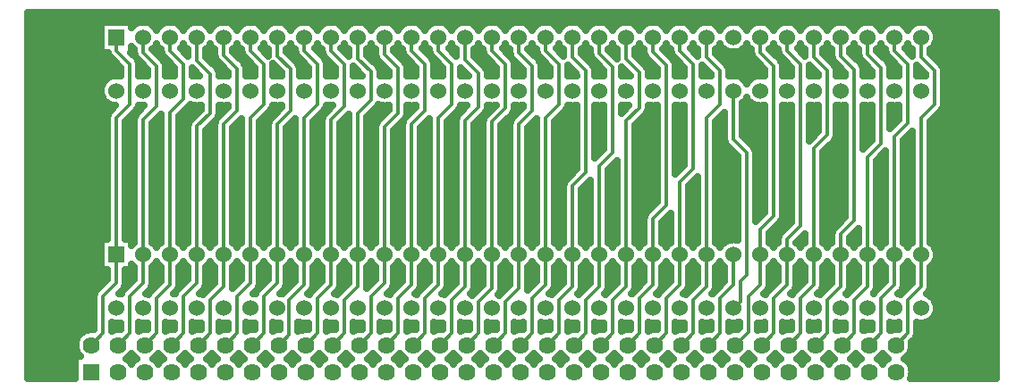
<source format=gbr>
G04 DipTrace 3.2.0.1*
G04 Bottom.gbr*
%MOMM*%
G04 #@! TF.FileFunction,Copper,L2,Bot*
G04 #@! TF.Part,Single*
G04 #@! TA.AperFunction,Conductor*
%ADD14C,0.33*%
G04 #@! TA.AperFunction,CopperBalancing*
%ADD15C,0.635*%
G04 #@! TA.AperFunction,ComponentPad*
%ADD16C,1.62*%
%ADD17R,1.62X1.62*%
%ADD18C,1.524*%
%ADD19R,1.524X1.524*%
%FSLAX35Y35*%
G04*
G71*
G90*
G75*
G01*
G04 Bottom*
%LPD*%
X1937497Y2270133D2*
D14*
Y2001003D1*
X1809710Y1873217D1*
Y1523930D1*
X1698573Y1412793D1*
X1937497Y2270133D2*
Y3571556D1*
X2063199Y3697259D1*
Y4079557D1*
X1937497Y4205260D1*
Y4334100D1*
X2191497Y2270133D2*
Y2000977D1*
X2063737Y1873217D1*
Y1523957D1*
X1952573Y1412793D1*
X2191497Y2270133D2*
Y3554188D1*
X2317199Y3679891D1*
Y4059227D1*
X2191497Y4184930D1*
Y4334100D1*
X2445497Y2270133D2*
Y1985073D1*
X2317763Y1857340D1*
Y1523983D1*
X2206573Y1412793D1*
X2445497Y2270133D2*
Y3617028D1*
X2571199Y3742730D1*
Y4079557D1*
X2445497Y4205260D1*
Y4334100D1*
X2699497Y2270133D2*
Y2000923D1*
X2571790Y1873217D1*
Y1524010D1*
X2460573Y1412793D1*
X2699497Y2270133D2*
Y3488168D1*
X2825199Y3613871D1*
Y3986758D1*
X2699497Y4112461D1*
Y4334100D1*
X2953497Y2270133D2*
Y1969143D1*
X2825817Y1841463D1*
Y1524037D1*
X2714573Y1412793D1*
X2953497Y2270133D2*
Y3508717D1*
X3079199Y3634419D1*
Y4036458D1*
X2953497Y4162161D1*
Y4334100D1*
X3207497Y2270133D2*
Y2000870D1*
X3079843Y1873217D1*
Y1524063D1*
X2968573Y1412793D1*
X3207497Y2270133D2*
Y3571556D1*
X3333199Y3697259D1*
Y4079557D1*
X3207497Y4205260D1*
Y4334100D1*
X3461497Y2270133D2*
Y2000843D1*
X3333870Y1873217D1*
Y1524090D1*
X3222573Y1412793D1*
X3461497Y2270133D2*
Y3508717D1*
X3587199Y3634419D1*
Y4030738D1*
X3461497Y4156441D1*
Y4334100D1*
X3715497Y2270133D2*
Y1984940D1*
X3572020Y1841463D1*
Y1508240D1*
X3476573Y1412793D1*
X3715497Y2270133D2*
Y3571556D1*
X3841199Y3697259D1*
Y4079557D1*
X3715497Y4205260D1*
Y4334100D1*
X3969497Y2270133D2*
Y1984913D1*
X3841923Y1857340D1*
Y1524143D1*
X3730573Y1412793D1*
X3969497Y2270133D2*
Y3551457D1*
X4095199Y3677160D1*
Y4076837D1*
X3969497Y4202539D1*
Y4334100D1*
X4223497Y2270133D2*
Y1969010D1*
X4095950Y1841463D1*
Y1524170D1*
X3984573Y1412793D1*
X4223497Y2270133D2*
Y3614297D1*
X4349199Y3740000D1*
Y4004858D1*
X4223497Y4130561D1*
Y4334100D1*
X4477497Y2270133D2*
Y2000737D1*
X4349977Y1873217D1*
Y1524197D1*
X4238573Y1412793D1*
X4477497Y2270133D2*
Y3485438D1*
X4603199Y3611140D1*
Y4040459D1*
X4477497Y4166161D1*
Y4334100D1*
X4731497Y2270133D2*
Y1984833D1*
X4604003Y1857340D1*
Y1524223D1*
X4492573Y1412793D1*
X4731497Y2270133D2*
Y3508717D1*
X4857199Y3634419D1*
Y4079557D1*
X4731497Y4205260D1*
Y4334100D1*
X4985497Y2270133D2*
Y1984807D1*
X4858030Y1857340D1*
Y1524250D1*
X4746573Y1412793D1*
X4985497Y2270133D2*
Y3571556D1*
X5111199Y3697259D1*
Y4079557D1*
X4985497Y4205260D1*
Y4334100D1*
X5239497Y2270133D2*
Y1968903D1*
X5112057Y1841463D1*
Y1524277D1*
X5000573Y1412793D1*
X5239497Y2270133D2*
Y3546487D1*
X5365199Y3672189D1*
Y3992138D1*
X5239497Y4117841D1*
Y4334100D1*
X5493497Y2270133D2*
Y1953000D1*
X5366083Y1825587D1*
Y1524303D1*
X5254573Y1412793D1*
X5493497Y2270133D2*
Y3531737D1*
X5619199Y3657440D1*
Y4079557D1*
X5493497Y4205260D1*
Y4334100D1*
X5747497Y2270133D2*
Y1952973D1*
X5620110Y1825587D1*
Y1524330D1*
X5508573Y1412793D1*
X5747497Y2270133D2*
Y3510596D1*
X5873199Y3636299D1*
Y4060068D1*
X5747497Y4185770D1*
Y4334100D1*
X6001497Y2270133D2*
Y1984700D1*
X5874137Y1857340D1*
Y1524357D1*
X5762573Y1412793D1*
X6001497Y2270133D2*
Y3571556D1*
X6127199Y3697259D1*
Y4079557D1*
X6001497Y4205260D1*
Y4334100D1*
X6255497Y2270133D2*
Y1968797D1*
X6128163Y1841463D1*
Y1524383D1*
X6016573Y1412793D1*
X6255497Y2270133D2*
Y2923628D1*
X6381199Y3049331D1*
Y4016717D1*
X6255497Y4142420D1*
Y4334100D1*
X6509497Y2270133D2*
Y1968770D1*
X6382190Y1841463D1*
Y1524410D1*
X6270573Y1412793D1*
X6509497Y2270133D2*
Y3109487D1*
X6635199Y3235190D1*
Y4052638D1*
X6509497Y4178341D1*
Y4334100D1*
X6763497Y2270133D2*
Y1968743D1*
X6636217Y1841463D1*
Y1524437D1*
X6524573Y1412793D1*
X6763497Y2270133D2*
Y3539367D1*
X6889199Y3665070D1*
Y4000759D1*
X6763497Y4126461D1*
Y4334100D1*
X7017497Y2270133D2*
Y1984593D1*
X6890243Y1857340D1*
Y1524463D1*
X6778573Y1412793D1*
X7017497Y2270133D2*
Y2612546D1*
X7143199Y2738249D1*
Y4066758D1*
X7017497Y4192461D1*
Y4334100D1*
X7271497Y2270133D2*
Y1984567D1*
X7144270Y1857340D1*
Y1524490D1*
X7032573Y1412793D1*
X7271497Y2270133D2*
Y2957877D1*
X7397199Y3083580D1*
Y4079557D1*
X7271497Y4205260D1*
Y4334100D1*
X7525497Y2270133D2*
Y1968663D1*
X7398297Y1841463D1*
Y1524517D1*
X7286573Y1412793D1*
X7525497Y2270133D2*
Y3571556D1*
X7651199Y3697259D1*
Y4016717D1*
X7525497Y4142420D1*
Y4334100D1*
X7779497Y2270133D2*
Y1984513D1*
X7652323Y1857340D1*
Y1524543D1*
X7540573Y1412793D1*
X8033497Y2270133D2*
Y1984487D1*
X7922227Y1873217D1*
Y1540447D1*
X7794573Y1412793D1*
X8033497Y2270133D2*
Y2512597D1*
X8159199Y2638300D1*
Y4061327D1*
X8033497Y4187030D1*
Y4334100D1*
X8287497Y2270133D2*
Y1984460D1*
X8160377Y1857340D1*
Y1524597D1*
X8048573Y1412793D1*
X8287497Y2270133D2*
Y2419847D1*
X8413199Y2545549D1*
Y4079557D1*
X8287497Y4205260D1*
Y4334100D1*
X8541497Y2270133D2*
Y1984433D1*
X8414403Y1857340D1*
Y1524623D1*
X8302573Y1412793D1*
X8541497Y2270133D2*
Y3277706D1*
X8667199Y3403409D1*
Y4016717D1*
X8541497Y4142420D1*
Y4334100D1*
X8795497Y2270133D2*
Y1968530D1*
X8668430Y1841463D1*
Y1524650D1*
X8556573Y1412793D1*
X8795497Y2270133D2*
Y2466248D1*
X8921199Y2591950D1*
Y4028678D1*
X8795497Y4154381D1*
Y4334100D1*
X9049497Y2270133D2*
Y1968503D1*
X8922457Y1841463D1*
Y1524677D1*
X8810573Y1412793D1*
X9049497Y2270133D2*
Y3199977D1*
X9175199Y3325680D1*
Y4045938D1*
X9049497Y4171640D1*
Y4334100D1*
X9303497Y2270133D2*
Y1984353D1*
X9176483Y1857340D1*
Y1524703D1*
X9064573Y1412793D1*
X9303497Y2270133D2*
Y3391288D1*
X9429199Y3516990D1*
Y4079557D1*
X9303497Y4205260D1*
Y4334100D1*
X9557497Y2270133D2*
Y1968450D1*
X9430510Y1841463D1*
Y1524730D1*
X9318573Y1412793D1*
X9557497Y2270133D2*
Y3571556D1*
X9683199Y3697259D1*
Y4016717D1*
X9557497Y4142420D1*
Y4334100D1*
X7779497Y1762133D2*
X7845497Y1828133D1*
Y2020648D1*
X7905199Y2080351D1*
Y3235528D1*
X7779497Y3361230D1*
Y3826100D1*
X1104146Y4506593D2*
D15*
X10263177D1*
X1104146Y4443427D2*
X1787617D1*
X2290773D2*
X2346250D1*
X2544797D2*
X2600182D1*
X2798820D2*
X2854206D1*
X3052752D2*
X3108229D1*
X3306776D2*
X3362253D1*
X3560799D2*
X3616185D1*
X3814823D2*
X3870209D1*
X4068755D2*
X4124232D1*
X4322778D2*
X4378255D1*
X4576802D2*
X4632188D1*
X4830825D2*
X4886211D1*
X5084757D2*
X5140235D1*
X5338781D2*
X5394167D1*
X5592804D2*
X5648190D1*
X5846828D2*
X5902214D1*
X6100760D2*
X6156237D1*
X6354784D2*
X6410169D1*
X6608807D2*
X6664193D1*
X6862739D2*
X6918216D1*
X7116763D2*
X7172240D1*
X7370786D2*
X7426172D1*
X7624810D2*
X7680196D1*
X7878742D2*
X7934219D1*
X8132765D2*
X8188242D1*
X8386789D2*
X8442175D1*
X8640812D2*
X8696198D1*
X8894744D2*
X8950222D1*
X9148768D2*
X9204245D1*
X9402791D2*
X9458177D1*
X9656815D2*
X10263177D1*
X1104146Y4380260D2*
X1787617D1*
X9699744D2*
X10263177D1*
X1104146Y4317093D2*
X1787617D1*
X9706307D2*
X10263177D1*
X1104146Y4253927D2*
X1787617D1*
X9682882D2*
X10263177D1*
X1104146Y4190760D2*
X1787617D1*
X2310552D2*
X2356641D1*
X2584810D2*
X2609388D1*
X2789614D2*
X2863321D1*
X3049744D2*
X3118620D1*
X3346880D2*
X3371295D1*
X3552049D2*
X3626576D1*
X3854836D2*
X3880143D1*
X4106125D2*
X4133347D1*
X4313664D2*
X4387370D1*
X4577713D2*
X4642578D1*
X4870838D2*
X4896602D1*
X5124862D2*
X5149331D1*
X5329666D2*
X5404649D1*
X5632817D2*
X5657326D1*
X5867336D2*
X5912604D1*
X6140864D2*
X6165352D1*
X6345669D2*
X6419375D1*
X6621932D2*
X6673399D1*
X6853625D2*
X6927331D1*
X7144015D2*
X7182630D1*
X7410799D2*
X7435334D1*
X7615604D2*
X7943334D1*
X8154640D2*
X8198633D1*
X8426802D2*
X8451380D1*
X8631606D2*
X8705313D1*
X8885630D2*
X8959336D1*
X9155239D2*
X9214636D1*
X9442804D2*
X9467399D1*
X9647609D2*
X10263177D1*
X1104146Y4127593D2*
X1890339D1*
X2373716D2*
X2398294D1*
X2809211D2*
X2870794D1*
X3112909D2*
X3160274D1*
X3615213D2*
X3668321D1*
X4351307D2*
X4396758D1*
X4640877D2*
X4684323D1*
X5354549D2*
X5446302D1*
X5930500D2*
X5954349D1*
X6395161D2*
X6436511D1*
X6887166D2*
X6957500D1*
X7665187D2*
X7968125D1*
X8217804D2*
X8240287D1*
X8681190D2*
X8709779D1*
X8947153D2*
X8971848D1*
X9218403D2*
X9256289D1*
X9697192D2*
X10263177D1*
X1104146Y4064427D2*
X1953503D1*
X2153325D2*
X2187110D1*
X2407166D2*
X2461459D1*
X2872375D2*
X2926393D1*
X3164497D2*
X3223438D1*
X3670265D2*
X3731485D1*
X3931307D2*
X3982774D1*
X4414471D2*
X4454362D1*
X4689823D2*
X4747487D1*
X4947310D2*
X5001511D1*
X5417713D2*
X5509466D1*
X5709380D2*
X5743985D1*
X5963221D2*
X6017513D1*
X6456411D2*
X6498581D1*
X6950422D2*
X7020664D1*
X7233338D2*
X7287448D1*
X7726437D2*
X8031289D1*
X8249250D2*
X8303451D1*
X9003299D2*
X9031888D1*
X9263247D2*
X9319453D1*
X9758442D2*
X10263177D1*
X1104146Y4001260D2*
X1973099D1*
X2153325D2*
X2227031D1*
X2407349D2*
X2481055D1*
X2661372D2*
X2685860D1*
X2914119D2*
X2989102D1*
X3169328D2*
X3243034D1*
X3423351D2*
X3491862D1*
X3677375D2*
X3751081D1*
X3931307D2*
X4005104D1*
X4185330D2*
X4227956D1*
X4439354D2*
X4513060D1*
X4693377D2*
X4767084D1*
X4947310D2*
X5021016D1*
X5201333D2*
X5231198D1*
X5454810D2*
X5529063D1*
X5709380D2*
X5783086D1*
X5963312D2*
X6037018D1*
X6217336D2*
X6271810D1*
X6471359D2*
X6545065D1*
X6725382D2*
X6763815D1*
X6979315D2*
X7053021D1*
X7233338D2*
X7307044D1*
X7487362D2*
X7541836D1*
X7741385D2*
X8069024D1*
X8249341D2*
X8323047D1*
X8503364D2*
X8557839D1*
X8757297D2*
X8823802D1*
X9011320D2*
X9085026D1*
X9265343D2*
X9339050D1*
X9519367D2*
X9573841D1*
X9773299D2*
X10263177D1*
X1104146Y3938093D2*
X1841485D1*
X7875552D2*
X7937409D1*
X9773299D2*
X10263177D1*
X1104146Y3874927D2*
X1796185D1*
X9773299D2*
X10263177D1*
X1104146Y3811760D2*
X1788347D1*
X9773299D2*
X10263177D1*
X1104146Y3748593D2*
X1810404D1*
X9773299D2*
X10263177D1*
X1104146Y3685427D2*
X1902826D1*
X2638677D2*
X2664896D1*
X4419119D2*
X4442878D1*
X7869627D2*
X7998841D1*
X9772479D2*
X10263177D1*
X1104146Y3622260D2*
X1864453D1*
X2113039D2*
X2134744D1*
X2575604D2*
X2708737D1*
X2915304D2*
X2942162D1*
X3383065D2*
X3450209D1*
X3891021D2*
X3915417D1*
X4356320D2*
X4489453D1*
X4693377D2*
X4720235D1*
X5161047D2*
X5190456D1*
X5438859D2*
X5459154D1*
X5701632D2*
X5734286D1*
X6177049D2*
X6291042D1*
X6471359D2*
X6545065D1*
X6967557D2*
X7053021D1*
X7233338D2*
X7307044D1*
X7869627D2*
X8069024D1*
X8249341D2*
X8323047D1*
X8503364D2*
X8577071D1*
X8757297D2*
X8831094D1*
X9011320D2*
X9085026D1*
X9265343D2*
X9339050D1*
X9733013D2*
X10263177D1*
X1104146Y3559093D2*
X1847318D1*
X2049875D2*
X2101524D1*
X2321216D2*
X2355365D1*
X2535682D2*
X2645573D1*
X3319901D2*
X3388229D1*
X3827856D2*
X3879688D1*
X4102023D2*
X4133347D1*
X4313664D2*
X4426289D1*
X5097882D2*
X5150352D1*
X5376971D2*
X5407981D1*
X5645669D2*
X5672800D1*
X6113885D2*
X6291042D1*
X6471359D2*
X6545065D1*
X6908039D2*
X7053021D1*
X7233338D2*
X7307044D1*
X7637843D2*
X7689401D1*
X7869627D2*
X8069024D1*
X8249341D2*
X8323047D1*
X8503364D2*
X8577071D1*
X8757297D2*
X8831094D1*
X9011320D2*
X9085026D1*
X9265343D2*
X9339050D1*
X9669849D2*
X10263177D1*
X1104146Y3495927D2*
X1847318D1*
X2027635D2*
X2101341D1*
X2281659D2*
X2355365D1*
X2535682D2*
X2609753D1*
X2832088D2*
X2863405D1*
X3065513D2*
X3117344D1*
X3297661D2*
X3371367D1*
X3573560D2*
X3625391D1*
X3805617D2*
X3879323D1*
X4059640D2*
X4133347D1*
X4313664D2*
X4388008D1*
X4612804D2*
X4641393D1*
X4843586D2*
X4895326D1*
X5075643D2*
X5149349D1*
X5329666D2*
X5403373D1*
X5583599D2*
X5657396D1*
X5857674D2*
X5911328D1*
X6091646D2*
X6291042D1*
X6471359D2*
X6545065D1*
X6853625D2*
X7053021D1*
X7233338D2*
X7307044D1*
X7615604D2*
X7689401D1*
X7869627D2*
X8069024D1*
X8249341D2*
X8323047D1*
X8503364D2*
X8577071D1*
X8757297D2*
X8831094D1*
X9011320D2*
X9085026D1*
X9647609D2*
X10263177D1*
X1104146Y3432760D2*
X1847318D1*
X2027635D2*
X2101341D1*
X2281659D2*
X2355365D1*
X2535682D2*
X2609388D1*
X2789614D2*
X2863321D1*
X3043638D2*
X3117344D1*
X3297661D2*
X3371367D1*
X3551593D2*
X3625391D1*
X3805617D2*
X3879323D1*
X4059640D2*
X4133347D1*
X4313664D2*
X4387370D1*
X4567596D2*
X4641393D1*
X4821619D2*
X4895326D1*
X5075643D2*
X5149349D1*
X5329666D2*
X5403373D1*
X5583599D2*
X5657396D1*
X5837622D2*
X5911328D1*
X6091646D2*
X6291042D1*
X6471359D2*
X6545065D1*
X6853625D2*
X7053021D1*
X7233338D2*
X7307044D1*
X7615604D2*
X7689401D1*
X7869627D2*
X8069024D1*
X8249341D2*
X8323047D1*
X8503364D2*
X8571693D1*
X8757297D2*
X8831094D1*
X9011320D2*
X9085026D1*
X9647609D2*
X10263177D1*
X1104146Y3369593D2*
X1847318D1*
X2027635D2*
X2101341D1*
X2281659D2*
X2355365D1*
X2535682D2*
X2609388D1*
X2789614D2*
X2863321D1*
X3043638D2*
X3117344D1*
X3297661D2*
X3371367D1*
X3551593D2*
X3625391D1*
X3805617D2*
X3879323D1*
X4059640D2*
X4133347D1*
X4313664D2*
X4387370D1*
X4567596D2*
X4641393D1*
X4821619D2*
X4895326D1*
X5075643D2*
X5149349D1*
X5329666D2*
X5403373D1*
X5583599D2*
X5657396D1*
X5837622D2*
X5911328D1*
X6091646D2*
X6291042D1*
X6471359D2*
X6545065D1*
X6853625D2*
X7053021D1*
X7233338D2*
X7307044D1*
X7615604D2*
X7689401D1*
X7895968D2*
X8069024D1*
X8249341D2*
X8323047D1*
X8750187D2*
X8831094D1*
X9011320D2*
X9085026D1*
X9406619D2*
X9467383D1*
X9647609D2*
X10263177D1*
X1104146Y3306427D2*
X1847318D1*
X2027635D2*
X2101341D1*
X2281659D2*
X2355365D1*
X2535682D2*
X2609388D1*
X2789614D2*
X2863321D1*
X3043638D2*
X3117344D1*
X3297661D2*
X3371367D1*
X3551593D2*
X3625391D1*
X3805617D2*
X3879323D1*
X4059640D2*
X4133347D1*
X4313664D2*
X4387370D1*
X4567596D2*
X4641393D1*
X4821619D2*
X4895326D1*
X5075643D2*
X5149349D1*
X5329666D2*
X5403373D1*
X5583599D2*
X5657396D1*
X5837622D2*
X5911328D1*
X6091646D2*
X6291042D1*
X6471359D2*
X6545065D1*
X6853625D2*
X7053021D1*
X7233338D2*
X7307044D1*
X7615604D2*
X7709727D1*
X7959132D2*
X8069024D1*
X8249341D2*
X8323047D1*
X8695044D2*
X8831094D1*
X9011320D2*
X9031068D1*
X9393677D2*
X9467383D1*
X9647609D2*
X10263177D1*
X1104146Y3243260D2*
X1847318D1*
X2027635D2*
X2101341D1*
X2281659D2*
X2355365D1*
X2535682D2*
X2609388D1*
X2789614D2*
X2863321D1*
X3043638D2*
X3117344D1*
X3297661D2*
X3371367D1*
X3551593D2*
X3625391D1*
X3805617D2*
X3879323D1*
X4059640D2*
X4133347D1*
X4313664D2*
X4387370D1*
X4567596D2*
X4641393D1*
X4821619D2*
X4895326D1*
X5075643D2*
X5149349D1*
X5329666D2*
X5403373D1*
X5583599D2*
X5657396D1*
X5837622D2*
X5911328D1*
X6091646D2*
X6291042D1*
X6471359D2*
X6518451D1*
X6853625D2*
X7053021D1*
X7233338D2*
X7307044D1*
X7615604D2*
X7772617D1*
X7994953D2*
X8069024D1*
X8249341D2*
X8323047D1*
X8631880D2*
X8831094D1*
X9393677D2*
X9467383D1*
X9647609D2*
X10263177D1*
X1104146Y3180093D2*
X1847318D1*
X2027635D2*
X2101341D1*
X2281659D2*
X2355365D1*
X2535682D2*
X2609388D1*
X2789614D2*
X2863321D1*
X3043638D2*
X3117344D1*
X3297661D2*
X3371367D1*
X3551593D2*
X3625391D1*
X3805617D2*
X3879323D1*
X4059640D2*
X4133347D1*
X4313664D2*
X4387370D1*
X4567596D2*
X4641393D1*
X4821619D2*
X4895326D1*
X5075643D2*
X5149349D1*
X5329666D2*
X5403373D1*
X5583599D2*
X5657396D1*
X5837622D2*
X5911328D1*
X6091646D2*
X6291042D1*
X6853625D2*
X7053021D1*
X7233338D2*
X7307044D1*
X7615604D2*
X7815091D1*
X7995317D2*
X8069024D1*
X8249341D2*
X8323047D1*
X8631606D2*
X8831094D1*
X9154419D2*
X9213360D1*
X9393677D2*
X9467383D1*
X9647609D2*
X10263177D1*
X1104146Y3116927D2*
X1847318D1*
X2027635D2*
X2101341D1*
X2281659D2*
X2355365D1*
X2535682D2*
X2609388D1*
X2789614D2*
X2863321D1*
X3043638D2*
X3117344D1*
X3297661D2*
X3371367D1*
X3551593D2*
X3625391D1*
X3805617D2*
X3879323D1*
X4059640D2*
X4133347D1*
X4313664D2*
X4387370D1*
X4567596D2*
X4641393D1*
X4821619D2*
X4895326D1*
X5075643D2*
X5149349D1*
X5329666D2*
X5403373D1*
X5583599D2*
X5657396D1*
X5837622D2*
X5911328D1*
X6091646D2*
X6291042D1*
X6641802D2*
X6673399D1*
X6853625D2*
X7053021D1*
X7233338D2*
X7305677D1*
X7615604D2*
X7815091D1*
X7995317D2*
X8069024D1*
X8249341D2*
X8323047D1*
X8631606D2*
X8831094D1*
X9139653D2*
X9213360D1*
X9393677D2*
X9467383D1*
X9647609D2*
X10263177D1*
X1104146Y3053760D2*
X1847318D1*
X2027635D2*
X2101341D1*
X2281659D2*
X2355365D1*
X2535682D2*
X2609388D1*
X2789614D2*
X2863321D1*
X3043638D2*
X3117344D1*
X3297661D2*
X3371367D1*
X3551593D2*
X3625391D1*
X3805617D2*
X3879323D1*
X4059640D2*
X4133347D1*
X4313664D2*
X4387370D1*
X4567596D2*
X4641393D1*
X4821619D2*
X4895326D1*
X5075643D2*
X5149349D1*
X5329666D2*
X5403373D1*
X5583599D2*
X5657396D1*
X5837622D2*
X5911328D1*
X6091646D2*
X6260781D1*
X6599601D2*
X6673399D1*
X6853625D2*
X7053021D1*
X7615604D2*
X7815091D1*
X7995317D2*
X8069024D1*
X8249341D2*
X8323047D1*
X8631606D2*
X8831094D1*
X9139653D2*
X9213360D1*
X9393677D2*
X9467383D1*
X9647609D2*
X10263177D1*
X1104146Y2990593D2*
X1847318D1*
X2027635D2*
X2101341D1*
X2281659D2*
X2355365D1*
X2535682D2*
X2609388D1*
X2789614D2*
X2863321D1*
X3043638D2*
X3117344D1*
X3297661D2*
X3371367D1*
X3551593D2*
X3625391D1*
X3805617D2*
X3879323D1*
X4059640D2*
X4133347D1*
X4313664D2*
X4387370D1*
X4567596D2*
X4641393D1*
X4821619D2*
X4895326D1*
X5075643D2*
X5149349D1*
X5329666D2*
X5403373D1*
X5583599D2*
X5657396D1*
X5837622D2*
X5911328D1*
X6091646D2*
X6197617D1*
X6599601D2*
X6673399D1*
X6853625D2*
X7053021D1*
X7615604D2*
X7815091D1*
X7995317D2*
X8069024D1*
X8249341D2*
X8323047D1*
X8631606D2*
X8831094D1*
X9139653D2*
X9213360D1*
X9393677D2*
X9467383D1*
X9647609D2*
X10263177D1*
X1104146Y2927427D2*
X1847318D1*
X2027635D2*
X2101341D1*
X2281659D2*
X2355365D1*
X2535682D2*
X2609388D1*
X2789614D2*
X2863321D1*
X3043638D2*
X3117344D1*
X3297661D2*
X3371367D1*
X3551593D2*
X3625391D1*
X3805617D2*
X3879323D1*
X4059640D2*
X4133347D1*
X4313664D2*
X4387370D1*
X4567596D2*
X4641393D1*
X4821619D2*
X4895326D1*
X5075643D2*
X5149349D1*
X5329666D2*
X5403373D1*
X5583599D2*
X5657396D1*
X5837622D2*
X5911328D1*
X6091646D2*
X6165443D1*
X6384132D2*
X6419375D1*
X6599601D2*
X6673399D1*
X6853625D2*
X7053021D1*
X7365864D2*
X7435378D1*
X7615604D2*
X7815091D1*
X7995317D2*
X8069024D1*
X8249341D2*
X8323047D1*
X8631606D2*
X8831094D1*
X9139653D2*
X9213360D1*
X9393677D2*
X9467383D1*
X9647609D2*
X10263177D1*
X1104146Y2864260D2*
X1847318D1*
X2027635D2*
X2101341D1*
X2281659D2*
X2355365D1*
X2535682D2*
X2609388D1*
X2789614D2*
X2863321D1*
X3043638D2*
X3117344D1*
X3297661D2*
X3371367D1*
X3551593D2*
X3625391D1*
X3805617D2*
X3879323D1*
X4059640D2*
X4133347D1*
X4313664D2*
X4387370D1*
X4567596D2*
X4641393D1*
X4821619D2*
X4895326D1*
X5075643D2*
X5149349D1*
X5329666D2*
X5403373D1*
X5583599D2*
X5657396D1*
X5837622D2*
X5911328D1*
X6091646D2*
X6165352D1*
X6345669D2*
X6419375D1*
X6599601D2*
X6673399D1*
X6853625D2*
X7053021D1*
X7361672D2*
X7435378D1*
X7615604D2*
X7815091D1*
X7995317D2*
X8069024D1*
X8249341D2*
X8323047D1*
X8631606D2*
X8831094D1*
X9139653D2*
X9213360D1*
X9393677D2*
X9467383D1*
X9647609D2*
X10263177D1*
X1104146Y2801093D2*
X1847318D1*
X2027635D2*
X2101341D1*
X2281659D2*
X2355365D1*
X2535682D2*
X2609388D1*
X2789614D2*
X2863321D1*
X3043638D2*
X3117344D1*
X3297661D2*
X3371367D1*
X3551593D2*
X3625391D1*
X3805617D2*
X3879323D1*
X4059640D2*
X4133347D1*
X4313664D2*
X4387370D1*
X4567596D2*
X4641393D1*
X4821619D2*
X4895326D1*
X5075643D2*
X5149349D1*
X5329666D2*
X5403373D1*
X5583599D2*
X5657396D1*
X5837622D2*
X5911328D1*
X6091646D2*
X6165352D1*
X6345669D2*
X6419375D1*
X6599601D2*
X6673399D1*
X6853625D2*
X7053021D1*
X7361672D2*
X7435378D1*
X7615604D2*
X7815091D1*
X7995317D2*
X8069024D1*
X8249341D2*
X8323047D1*
X8631606D2*
X8831094D1*
X9139653D2*
X9213360D1*
X9393677D2*
X9467383D1*
X9647609D2*
X10263177D1*
X1104146Y2737927D2*
X1847318D1*
X2027635D2*
X2101341D1*
X2281659D2*
X2355365D1*
X2535682D2*
X2609388D1*
X2789614D2*
X2863321D1*
X3043638D2*
X3117344D1*
X3297661D2*
X3371367D1*
X3551593D2*
X3625391D1*
X3805617D2*
X3879323D1*
X4059640D2*
X4133347D1*
X4313664D2*
X4387370D1*
X4567596D2*
X4641393D1*
X4821619D2*
X4895326D1*
X5075643D2*
X5149349D1*
X5329666D2*
X5403373D1*
X5583599D2*
X5657396D1*
X5837622D2*
X5911328D1*
X6091646D2*
X6165352D1*
X6345669D2*
X6419375D1*
X6599601D2*
X6673399D1*
X6853625D2*
X7018021D1*
X7361672D2*
X7435378D1*
X7615604D2*
X7815091D1*
X7995317D2*
X8069024D1*
X8249341D2*
X8323047D1*
X8631606D2*
X8831094D1*
X9139653D2*
X9213360D1*
X9393677D2*
X9467383D1*
X9647609D2*
X10263177D1*
X1104146Y2674760D2*
X1847318D1*
X2027635D2*
X2101341D1*
X2281659D2*
X2355365D1*
X2535682D2*
X2609388D1*
X2789614D2*
X2863321D1*
X3043638D2*
X3117344D1*
X3297661D2*
X3371367D1*
X3551593D2*
X3625391D1*
X3805617D2*
X3879323D1*
X4059640D2*
X4133347D1*
X4313664D2*
X4387370D1*
X4567596D2*
X4641393D1*
X4821619D2*
X4895326D1*
X5075643D2*
X5149349D1*
X5329666D2*
X5403373D1*
X5583599D2*
X5657396D1*
X5837622D2*
X5911328D1*
X6091646D2*
X6165352D1*
X6345669D2*
X6419375D1*
X6599601D2*
X6673399D1*
X6853625D2*
X6954857D1*
X7361672D2*
X7435378D1*
X7615604D2*
X7815091D1*
X7995317D2*
X8069024D1*
X8249341D2*
X8323047D1*
X8631606D2*
X8831094D1*
X9139653D2*
X9213360D1*
X9393677D2*
X9467383D1*
X9647609D2*
X10263177D1*
X1104146Y2611593D2*
X1847318D1*
X2027635D2*
X2101341D1*
X2281659D2*
X2355365D1*
X2535682D2*
X2609388D1*
X2789614D2*
X2863321D1*
X3043638D2*
X3117344D1*
X3297661D2*
X3371367D1*
X3551593D2*
X3625391D1*
X3805617D2*
X3879323D1*
X4059640D2*
X4133347D1*
X4313664D2*
X4387370D1*
X4567596D2*
X4641393D1*
X4821619D2*
X4895326D1*
X5075643D2*
X5149349D1*
X5329666D2*
X5403373D1*
X5583599D2*
X5657396D1*
X5837622D2*
X5911328D1*
X6091646D2*
X6165352D1*
X6345669D2*
X6419375D1*
X6599601D2*
X6673399D1*
X6853625D2*
X6927331D1*
X7141372D2*
X7181354D1*
X7361672D2*
X7435378D1*
X7615604D2*
X7815091D1*
X8244966D2*
X8323047D1*
X8631606D2*
X8815964D1*
X9139653D2*
X9213360D1*
X9393677D2*
X9467383D1*
X9647609D2*
X10263177D1*
X1104146Y2548427D2*
X1847318D1*
X2027635D2*
X2101341D1*
X2281659D2*
X2355365D1*
X2535682D2*
X2609388D1*
X2789614D2*
X2863321D1*
X3043638D2*
X3117344D1*
X3297661D2*
X3371367D1*
X3551593D2*
X3625391D1*
X3805617D2*
X3879323D1*
X4059640D2*
X4133347D1*
X4313664D2*
X4387370D1*
X4567596D2*
X4641393D1*
X4821619D2*
X4895326D1*
X5075643D2*
X5149349D1*
X5329666D2*
X5403373D1*
X5583599D2*
X5657396D1*
X5837622D2*
X5911328D1*
X6091646D2*
X6165352D1*
X6345669D2*
X6419375D1*
X6599601D2*
X6673399D1*
X6853625D2*
X6927331D1*
X7107648D2*
X7181354D1*
X7361672D2*
X7435378D1*
X7615604D2*
X7815091D1*
X8194198D2*
X8291237D1*
X8631606D2*
X8752800D1*
X9139653D2*
X9213360D1*
X9393677D2*
X9467383D1*
X9647609D2*
X10263177D1*
X1104146Y2485260D2*
X1847318D1*
X2027635D2*
X2101341D1*
X2281659D2*
X2355365D1*
X2535682D2*
X2609388D1*
X2789614D2*
X2863321D1*
X3043638D2*
X3117344D1*
X3297661D2*
X3371367D1*
X3551593D2*
X3625391D1*
X3805617D2*
X3879323D1*
X4059640D2*
X4133347D1*
X4313664D2*
X4387370D1*
X4567596D2*
X4641393D1*
X4821619D2*
X4895326D1*
X5075643D2*
X5149349D1*
X5329666D2*
X5403373D1*
X5583599D2*
X5657396D1*
X5837622D2*
X5911328D1*
X6091646D2*
X6165352D1*
X6345669D2*
X6419375D1*
X6599601D2*
X6673399D1*
X6853625D2*
X6927331D1*
X7107648D2*
X7181354D1*
X7361672D2*
X7435378D1*
X7615604D2*
X7815091D1*
X8131034D2*
X8228073D1*
X8631606D2*
X8707500D1*
X8939315D2*
X8959336D1*
X9139653D2*
X9213360D1*
X9393677D2*
X9467383D1*
X9647609D2*
X10263177D1*
X1104146Y2422093D2*
X1847318D1*
X2027635D2*
X2101341D1*
X2281659D2*
X2355365D1*
X2535682D2*
X2609388D1*
X2789614D2*
X2863321D1*
X3043638D2*
X3117344D1*
X3297661D2*
X3371367D1*
X3551593D2*
X3625391D1*
X3805617D2*
X3879323D1*
X4059640D2*
X4133347D1*
X4313664D2*
X4387370D1*
X4567596D2*
X4641393D1*
X4821619D2*
X4895326D1*
X5075643D2*
X5149349D1*
X5329666D2*
X5403373D1*
X5583599D2*
X5657396D1*
X5837622D2*
X5911328D1*
X6091646D2*
X6165352D1*
X6345669D2*
X6419375D1*
X6599601D2*
X6673399D1*
X6853625D2*
X6927331D1*
X7107648D2*
X7181354D1*
X7361672D2*
X7435378D1*
X7615604D2*
X7815091D1*
X8123651D2*
X8197357D1*
X8414588D2*
X8451380D1*
X8631606D2*
X8705313D1*
X8885630D2*
X8959336D1*
X9139653D2*
X9213360D1*
X9393677D2*
X9467383D1*
X9647609D2*
X10263177D1*
X1104146Y2358927D2*
X1787617D1*
X9676593D2*
X10263177D1*
X1104146Y2295760D2*
X1787617D1*
X9705031D2*
X10263177D1*
X1104146Y2232593D2*
X1787617D1*
X9702297D2*
X10263177D1*
X1104146Y2169427D2*
X1787617D1*
X2300070D2*
X2336953D1*
X2554093D2*
X2590977D1*
X2808026D2*
X2844909D1*
X3062049D2*
X3098932D1*
X3316073D2*
X3352956D1*
X3570096D2*
X3606888D1*
X3824028D2*
X3860912D1*
X4078052D2*
X4114935D1*
X4332075D2*
X4368959D1*
X4586099D2*
X4622891D1*
X4840031D2*
X4876914D1*
X5094054D2*
X5130938D1*
X5348078D2*
X5384961D1*
X5602101D2*
X5638893D1*
X5856034D2*
X5892917D1*
X6110057D2*
X6146940D1*
X6364080D2*
X6400964D1*
X6618104D2*
X6654896D1*
X6872036D2*
X6908919D1*
X7126060D2*
X7162943D1*
X7380083D2*
X7416966D1*
X7634015D2*
X7670899D1*
X8142062D2*
X8178946D1*
X8396086D2*
X8432969D1*
X8650018D2*
X8686901D1*
X8904041D2*
X8940925D1*
X9158065D2*
X9194948D1*
X9412088D2*
X9448972D1*
X9666021D2*
X10263177D1*
X1104146Y2106260D2*
X1847318D1*
X2027635D2*
X2101341D1*
X2281659D2*
X2355365D1*
X2535682D2*
X2609388D1*
X2789614D2*
X2863321D1*
X3043638D2*
X3117344D1*
X3297661D2*
X3371367D1*
X3551593D2*
X3625391D1*
X3805617D2*
X3879323D1*
X4059640D2*
X4133347D1*
X4313664D2*
X4387370D1*
X4567596D2*
X4641393D1*
X4821619D2*
X4895326D1*
X5075643D2*
X5149349D1*
X5329666D2*
X5403373D1*
X5583599D2*
X5657396D1*
X5837622D2*
X5911328D1*
X6091646D2*
X6165352D1*
X6345669D2*
X6419375D1*
X6599601D2*
X6673399D1*
X6853625D2*
X6927331D1*
X7107648D2*
X7181354D1*
X7361672D2*
X7435378D1*
X7615604D2*
X7689401D1*
X8123651D2*
X8197357D1*
X8377674D2*
X8451380D1*
X8631606D2*
X8705313D1*
X8885630D2*
X8959336D1*
X9139653D2*
X9213360D1*
X9393677D2*
X9467383D1*
X9647609D2*
X10263177D1*
X1104146Y2043093D2*
X1847318D1*
X2027635D2*
X2101341D1*
X2281659D2*
X2355365D1*
X2535682D2*
X2609388D1*
X2789614D2*
X2863321D1*
X3043638D2*
X3117344D1*
X3297661D2*
X3371367D1*
X3551593D2*
X3625391D1*
X3805617D2*
X3879323D1*
X4059640D2*
X4133347D1*
X4313664D2*
X4387370D1*
X4567596D2*
X4641393D1*
X4821619D2*
X4895326D1*
X5075643D2*
X5149349D1*
X5329666D2*
X5403373D1*
X5583599D2*
X5657396D1*
X5837622D2*
X5911328D1*
X6091646D2*
X6165352D1*
X6345669D2*
X6419375D1*
X6599601D2*
X6673399D1*
X6853625D2*
X6927331D1*
X7107648D2*
X7181354D1*
X7361672D2*
X7435378D1*
X7615604D2*
X7689401D1*
X8123651D2*
X8197357D1*
X8377674D2*
X8451380D1*
X8631606D2*
X8705313D1*
X8885630D2*
X8959336D1*
X9139653D2*
X9213360D1*
X9393677D2*
X9467383D1*
X9647609D2*
X10263177D1*
X1104146Y1979927D2*
X1791537D1*
X2024901D2*
X2045615D1*
X2278924D2*
X2315534D1*
X2786971D2*
X2839440D1*
X3295018D2*
X3315768D1*
X3548950D2*
X3585651D1*
X3805526D2*
X3839675D1*
X4059458D2*
X4109557D1*
X4565044D2*
X4601745D1*
X4821528D2*
X4855768D1*
X5075461D2*
X5125651D1*
X5329666D2*
X5395534D1*
X5583599D2*
X5649557D1*
X5837622D2*
X5871862D1*
X6091463D2*
X6141745D1*
X6345669D2*
X6395768D1*
X6599601D2*
X6649792D1*
X6853625D2*
X6887956D1*
X7107466D2*
X7141979D1*
X7361489D2*
X7411953D1*
X7615604D2*
X7650026D1*
X8123468D2*
X8158073D1*
X8377492D2*
X8412188D1*
X8631515D2*
X8682071D1*
X8885630D2*
X8936094D1*
X9139653D2*
X9174258D1*
X9393494D2*
X9444141D1*
X9647609D2*
X10263177D1*
X1104146Y1916760D2*
X1731745D1*
X2232166D2*
X2252261D1*
X2740213D2*
X2776276D1*
X3502284D2*
X3522487D1*
X4026190D2*
X4046436D1*
X4518377D2*
X4538554D1*
X5042284D2*
X5062487D1*
X5311437D2*
X5332459D1*
X6058377D2*
X6078554D1*
X7328494D2*
X7348789D1*
X8598703D2*
X8618947D1*
X9360773D2*
X9380977D1*
X9629836D2*
X10263177D1*
X1104146Y1853593D2*
X1719531D1*
X9674406D2*
X10263177D1*
X1104146Y1790427D2*
X1719531D1*
X9704484D2*
X10263177D1*
X1104146Y1727260D2*
X1719531D1*
X9703026D2*
X10263177D1*
X1104146Y1664093D2*
X1719531D1*
X9668664D2*
X10263177D1*
X1104146Y1600927D2*
X1719531D1*
X1899849D2*
X1973555D1*
X2153872D2*
X2227578D1*
X2407896D2*
X2481693D1*
X2661919D2*
X2735716D1*
X2915942D2*
X2989740D1*
X3169966D2*
X3243763D1*
X3423989D2*
X3481836D1*
X3662153D2*
X3751810D1*
X3932036D2*
X4005834D1*
X4186060D2*
X4259857D1*
X4440083D2*
X4513880D1*
X4694106D2*
X4767904D1*
X4948130D2*
X5021927D1*
X5202153D2*
X5275951D1*
X5456268D2*
X5529974D1*
X5710291D2*
X5783998D1*
X5964315D2*
X6038021D1*
X6218338D2*
X6292044D1*
X6472362D2*
X6546068D1*
X6726385D2*
X6800091D1*
X6980409D2*
X7054115D1*
X7234432D2*
X7308138D1*
X7488455D2*
X7562162D1*
X7742479D2*
X7832044D1*
X8012362D2*
X8070209D1*
X8250526D2*
X8324232D1*
X8504549D2*
X8578255D1*
X8758573D2*
X8832279D1*
X9012596D2*
X9086302D1*
X9266619D2*
X9340326D1*
X9520643D2*
X10263177D1*
X1104146Y1537760D2*
X1612435D1*
X9520643D2*
X10263177D1*
X1104146Y1474593D2*
X1557383D1*
X9503963D2*
X10263177D1*
X1104146Y1411427D2*
X1543985D1*
X9473247D2*
X10263177D1*
X1104146Y1348260D2*
X1558750D1*
X9458390D2*
X10263177D1*
X1104146Y1285093D2*
X1543893D1*
X2036659D2*
X2122487D1*
X2290591D2*
X2376511D1*
X2544614D2*
X2630534D1*
X2798638D2*
X2884557D1*
X3052661D2*
X3138490D1*
X3306593D2*
X3392513D1*
X3560617D2*
X3646537D1*
X3814640D2*
X3900560D1*
X4068664D2*
X4154492D1*
X4322596D2*
X4408516D1*
X4576619D2*
X4662539D1*
X4830643D2*
X4916563D1*
X5084666D2*
X5170495D1*
X5338599D2*
X5424518D1*
X5592622D2*
X5678542D1*
X5846646D2*
X5932474D1*
X6100669D2*
X6186498D1*
X6354601D2*
X6440521D1*
X6608625D2*
X6694544D1*
X6862648D2*
X6948477D1*
X7116672D2*
X7202500D1*
X7370604D2*
X7456524D1*
X7624627D2*
X7710547D1*
X7878651D2*
X7964479D1*
X8132674D2*
X8218503D1*
X8386606D2*
X8472526D1*
X8640630D2*
X8726550D1*
X8894653D2*
X8980482D1*
X9148586D2*
X9234505D1*
X9402609D2*
X10263177D1*
X1104146Y1221927D2*
X1543893D1*
X9459119D2*
X10263177D1*
X1104146Y1158760D2*
X1543893D1*
X9473247D2*
X10263177D1*
X1594618Y1307103D2*
X1585813Y1316487D1*
X1572135Y1335312D1*
X1561571Y1356045D1*
X1554381Y1378176D1*
X1550740Y1401159D1*
Y1424428D1*
X1554381Y1447411D1*
X1561571Y1469541D1*
X1572135Y1490275D1*
X1585813Y1509100D1*
X1602267Y1525554D1*
X1621092Y1539231D1*
X1641825Y1549795D1*
X1663956Y1556986D1*
X1686939Y1560626D1*
X1710208D1*
X1725741Y1558468D1*
X1725920Y1873217D1*
X1726951Y1886324D1*
X1730021Y1899109D1*
X1735052Y1911257D1*
X1741922Y1922467D1*
X1750480Y1932483D1*
X1853646Y2035649D1*
X1853707Y2126693D1*
X1794007Y2126643D1*
Y2413623D1*
X1853707D1*
X1853965Y3578131D1*
X1856022Y3591117D1*
X1860085Y3603621D1*
X1866054Y3615337D1*
X1873782Y3625974D1*
X1930259Y3682816D1*
X1915050Y3684377D1*
X1893156Y3689633D1*
X1872354Y3698249D1*
X1853155Y3710014D1*
X1836034Y3724637D1*
X1821411Y3741759D1*
X1809646Y3760957D1*
X1801030Y3781759D1*
X1795773Y3803653D1*
X1794007Y3826100D1*
X1795773Y3848547D1*
X1801030Y3870441D1*
X1809646Y3891243D1*
X1821411Y3910441D1*
X1836034Y3927563D1*
X1853155Y3942186D1*
X1872354Y3953951D1*
X1893156Y3962567D1*
X1915050Y3967823D1*
X1937497Y3969590D1*
X1959943Y3967823D1*
X1979423Y3963248D1*
X1979409Y4044798D1*
X1873782Y4150842D1*
X1866054Y4161479D1*
X1860085Y4173195D1*
X1856017Y4185724D1*
X1847653Y4190610D1*
X1794007D1*
Y4477590D1*
X2080987D1*
Y4425546D1*
X2090034Y4435563D1*
X2107155Y4450186D1*
X2126354Y4461951D1*
X2147156Y4470567D1*
X2169050Y4475823D1*
X2191497Y4477590D1*
X2213943Y4475823D1*
X2235838Y4470567D1*
X2256640Y4461951D1*
X2275838Y4450186D1*
X2292959Y4435563D1*
X2307583Y4418441D1*
X2318466Y4400817D1*
X2329411Y4418441D1*
X2344034Y4435563D1*
X2361155Y4450186D1*
X2380354Y4461951D1*
X2401156Y4470567D1*
X2423050Y4475823D1*
X2445497Y4477590D1*
X2467943Y4475823D1*
X2489838Y4470567D1*
X2510640Y4461951D1*
X2529838Y4450186D1*
X2546959Y4435563D1*
X2561583Y4418441D1*
X2572466Y4400817D1*
X2583411Y4418441D1*
X2598034Y4435563D1*
X2615155Y4450186D1*
X2634354Y4461951D1*
X2655156Y4470567D1*
X2677050Y4475823D1*
X2699497Y4477590D1*
X2721943Y4475823D1*
X2743838Y4470567D1*
X2764640Y4461951D1*
X2783838Y4450186D1*
X2800959Y4435563D1*
X2815583Y4418441D1*
X2826466Y4400817D1*
X2837411Y4418441D1*
X2852034Y4435563D1*
X2869155Y4450186D1*
X2888354Y4461951D1*
X2909156Y4470567D1*
X2931050Y4475823D1*
X2953497Y4477590D1*
X2975943Y4475823D1*
X2997838Y4470567D1*
X3018640Y4461951D1*
X3037838Y4450186D1*
X3054959Y4435563D1*
X3069583Y4418441D1*
X3080466Y4400817D1*
X3091411Y4418441D1*
X3106034Y4435563D1*
X3123155Y4450186D1*
X3142354Y4461951D1*
X3163156Y4470567D1*
X3185050Y4475823D1*
X3207497Y4477590D1*
X3229943Y4475823D1*
X3251838Y4470567D1*
X3272640Y4461951D1*
X3291838Y4450186D1*
X3308959Y4435563D1*
X3323583Y4418441D1*
X3334466Y4400817D1*
X3345411Y4418441D1*
X3360034Y4435563D1*
X3377155Y4450186D1*
X3396354Y4461951D1*
X3417156Y4470567D1*
X3439050Y4475823D1*
X3461497Y4477590D1*
X3483943Y4475823D1*
X3505838Y4470567D1*
X3526640Y4461951D1*
X3545838Y4450186D1*
X3562959Y4435563D1*
X3577583Y4418441D1*
X3588466Y4400817D1*
X3599411Y4418441D1*
X3614034Y4435563D1*
X3631155Y4450186D1*
X3650354Y4461951D1*
X3671156Y4470567D1*
X3693050Y4475823D1*
X3715497Y4477590D1*
X3737943Y4475823D1*
X3759838Y4470567D1*
X3780640Y4461951D1*
X3799838Y4450186D1*
X3816959Y4435563D1*
X3831583Y4418441D1*
X3842466Y4400817D1*
X3853411Y4418441D1*
X3868034Y4435563D1*
X3885155Y4450186D1*
X3904354Y4461951D1*
X3925156Y4470567D1*
X3947050Y4475823D1*
X3969497Y4477590D1*
X3991943Y4475823D1*
X4013838Y4470567D1*
X4034640Y4461951D1*
X4053838Y4450186D1*
X4070959Y4435563D1*
X4085583Y4418441D1*
X4096466Y4400817D1*
X4107411Y4418441D1*
X4122034Y4435563D1*
X4139155Y4450186D1*
X4158354Y4461951D1*
X4179156Y4470567D1*
X4201050Y4475823D1*
X4223497Y4477590D1*
X4245943Y4475823D1*
X4267838Y4470567D1*
X4288640Y4461951D1*
X4307838Y4450186D1*
X4324959Y4435563D1*
X4339583Y4418441D1*
X4350466Y4400817D1*
X4361411Y4418441D1*
X4376034Y4435563D1*
X4393155Y4450186D1*
X4412354Y4461951D1*
X4433156Y4470567D1*
X4455050Y4475823D1*
X4477497Y4477590D1*
X4499943Y4475823D1*
X4521838Y4470567D1*
X4542640Y4461951D1*
X4561838Y4450186D1*
X4578959Y4435563D1*
X4593583Y4418441D1*
X4604466Y4400817D1*
X4615411Y4418441D1*
X4630034Y4435563D1*
X4647155Y4450186D1*
X4666354Y4461951D1*
X4687156Y4470567D1*
X4709050Y4475823D1*
X4731497Y4477590D1*
X4753943Y4475823D1*
X4775838Y4470567D1*
X4796640Y4461951D1*
X4815838Y4450186D1*
X4832959Y4435563D1*
X4847583Y4418441D1*
X4858466Y4400817D1*
X4869411Y4418441D1*
X4884034Y4435563D1*
X4901155Y4450186D1*
X4920354Y4461951D1*
X4941156Y4470567D1*
X4963050Y4475823D1*
X4985497Y4477590D1*
X5007943Y4475823D1*
X5029838Y4470567D1*
X5050640Y4461951D1*
X5069838Y4450186D1*
X5086959Y4435563D1*
X5101583Y4418441D1*
X5112466Y4400817D1*
X5123411Y4418441D1*
X5138034Y4435563D1*
X5155155Y4450186D1*
X5174354Y4461951D1*
X5195156Y4470567D1*
X5217050Y4475823D1*
X5239497Y4477590D1*
X5261943Y4475823D1*
X5283838Y4470567D1*
X5304640Y4461951D1*
X5323838Y4450186D1*
X5340959Y4435563D1*
X5355583Y4418441D1*
X5366466Y4400817D1*
X5377411Y4418441D1*
X5392034Y4435563D1*
X5409155Y4450186D1*
X5428354Y4461951D1*
X5449156Y4470567D1*
X5471050Y4475823D1*
X5493497Y4477590D1*
X5515943Y4475823D1*
X5537838Y4470567D1*
X5558640Y4461951D1*
X5577838Y4450186D1*
X5594959Y4435563D1*
X5609583Y4418441D1*
X5620466Y4400817D1*
X5631411Y4418441D1*
X5646034Y4435563D1*
X5663155Y4450186D1*
X5682354Y4461951D1*
X5703156Y4470567D1*
X5725050Y4475823D1*
X5747497Y4477590D1*
X5769943Y4475823D1*
X5791838Y4470567D1*
X5812640Y4461951D1*
X5831838Y4450186D1*
X5848959Y4435563D1*
X5863583Y4418441D1*
X5874466Y4400817D1*
X5885411Y4418441D1*
X5900034Y4435563D1*
X5917155Y4450186D1*
X5936354Y4461951D1*
X5957156Y4470567D1*
X5979050Y4475823D1*
X6001497Y4477590D1*
X6023943Y4475823D1*
X6045838Y4470567D1*
X6066640Y4461951D1*
X6085838Y4450186D1*
X6102959Y4435563D1*
X6117583Y4418441D1*
X6128466Y4400817D1*
X6139411Y4418441D1*
X6154034Y4435563D1*
X6171155Y4450186D1*
X6190354Y4461951D1*
X6211156Y4470567D1*
X6233050Y4475823D1*
X6255497Y4477590D1*
X6277943Y4475823D1*
X6299838Y4470567D1*
X6320640Y4461951D1*
X6339838Y4450186D1*
X6356959Y4435563D1*
X6371583Y4418441D1*
X6382466Y4400817D1*
X6393411Y4418441D1*
X6408034Y4435563D1*
X6425155Y4450186D1*
X6444354Y4461951D1*
X6465156Y4470567D1*
X6487050Y4475823D1*
X6509497Y4477590D1*
X6531943Y4475823D1*
X6553838Y4470567D1*
X6574640Y4461951D1*
X6593838Y4450186D1*
X6610959Y4435563D1*
X6625583Y4418441D1*
X6636466Y4400817D1*
X6647411Y4418441D1*
X6662034Y4435563D1*
X6679155Y4450186D1*
X6698354Y4461951D1*
X6719156Y4470567D1*
X6741050Y4475823D1*
X6763497Y4477590D1*
X6785943Y4475823D1*
X6807838Y4470567D1*
X6828640Y4461951D1*
X6847838Y4450186D1*
X6864959Y4435563D1*
X6879583Y4418441D1*
X6890466Y4400817D1*
X6901411Y4418441D1*
X6916034Y4435563D1*
X6933155Y4450186D1*
X6952354Y4461951D1*
X6973156Y4470567D1*
X6995050Y4475823D1*
X7017497Y4477590D1*
X7039943Y4475823D1*
X7061838Y4470567D1*
X7082640Y4461951D1*
X7101838Y4450186D1*
X7118959Y4435563D1*
X7133583Y4418441D1*
X7144466Y4400817D1*
X7155411Y4418441D1*
X7170034Y4435563D1*
X7187155Y4450186D1*
X7206354Y4461951D1*
X7227156Y4470567D1*
X7249050Y4475823D1*
X7271497Y4477590D1*
X7293943Y4475823D1*
X7315838Y4470567D1*
X7336640Y4461951D1*
X7355838Y4450186D1*
X7372959Y4435563D1*
X7387583Y4418441D1*
X7398466Y4400817D1*
X7409411Y4418441D1*
X7424034Y4435563D1*
X7441155Y4450186D1*
X7460354Y4461951D1*
X7481156Y4470567D1*
X7503050Y4475823D1*
X7525497Y4477590D1*
X7547943Y4475823D1*
X7569838Y4470567D1*
X7590640Y4461951D1*
X7609838Y4450186D1*
X7626959Y4435563D1*
X7641583Y4418441D1*
X7652466Y4400817D1*
X7663411Y4418441D1*
X7678034Y4435563D1*
X7695155Y4450186D1*
X7714354Y4461951D1*
X7735156Y4470567D1*
X7757050Y4475823D1*
X7779497Y4477590D1*
X7801943Y4475823D1*
X7823838Y4470567D1*
X7844640Y4461951D1*
X7863838Y4450186D1*
X7880959Y4435563D1*
X7895583Y4418441D1*
X7906466Y4400817D1*
X7917411Y4418441D1*
X7932034Y4435563D1*
X7949155Y4450186D1*
X7968354Y4461951D1*
X7989156Y4470567D1*
X8011050Y4475823D1*
X8033497Y4477590D1*
X8055943Y4475823D1*
X8077838Y4470567D1*
X8098640Y4461951D1*
X8117838Y4450186D1*
X8134959Y4435563D1*
X8149583Y4418441D1*
X8160466Y4400817D1*
X8171411Y4418441D1*
X8186034Y4435563D1*
X8203155Y4450186D1*
X8222354Y4461951D1*
X8243156Y4470567D1*
X8265050Y4475823D1*
X8287497Y4477590D1*
X8309943Y4475823D1*
X8331838Y4470567D1*
X8352640Y4461951D1*
X8371838Y4450186D1*
X8388959Y4435563D1*
X8403583Y4418441D1*
X8414466Y4400817D1*
X8425411Y4418441D1*
X8440034Y4435563D1*
X8457155Y4450186D1*
X8476354Y4461951D1*
X8497156Y4470567D1*
X8519050Y4475823D1*
X8541497Y4477590D1*
X8563943Y4475823D1*
X8585838Y4470567D1*
X8606640Y4461951D1*
X8625838Y4450186D1*
X8642959Y4435563D1*
X8657583Y4418441D1*
X8668466Y4400817D1*
X8679411Y4418441D1*
X8694034Y4435563D1*
X8711155Y4450186D1*
X8730354Y4461951D1*
X8751156Y4470567D1*
X8773050Y4475823D1*
X8795497Y4477590D1*
X8817943Y4475823D1*
X8839838Y4470567D1*
X8860640Y4461951D1*
X8879838Y4450186D1*
X8896959Y4435563D1*
X8911583Y4418441D1*
X8922466Y4400817D1*
X8933411Y4418441D1*
X8948034Y4435563D1*
X8965155Y4450186D1*
X8984354Y4461951D1*
X9005156Y4470567D1*
X9027050Y4475823D1*
X9049497Y4477590D1*
X9071943Y4475823D1*
X9093838Y4470567D1*
X9114640Y4461951D1*
X9133838Y4450186D1*
X9150959Y4435563D1*
X9165583Y4418441D1*
X9176466Y4400817D1*
X9187411Y4418441D1*
X9202034Y4435563D1*
X9219155Y4450186D1*
X9238354Y4461951D1*
X9259156Y4470567D1*
X9281050Y4475823D1*
X9303497Y4477590D1*
X9325943Y4475823D1*
X9347838Y4470567D1*
X9368640Y4461951D1*
X9387838Y4450186D1*
X9404959Y4435563D1*
X9419583Y4418441D1*
X9430466Y4400817D1*
X9441411Y4418441D1*
X9456034Y4435563D1*
X9473155Y4450186D1*
X9492354Y4461951D1*
X9513156Y4470567D1*
X9535050Y4475823D1*
X9557497Y4477590D1*
X9579943Y4475823D1*
X9601838Y4470567D1*
X9622640Y4461951D1*
X9641838Y4450186D1*
X9658959Y4435563D1*
X9673583Y4418441D1*
X9685347Y4399243D1*
X9693964Y4378441D1*
X9699220Y4356547D1*
X9700987Y4334100D1*
X9699220Y4311653D1*
X9693964Y4289759D1*
X9685347Y4268957D1*
X9673583Y4249759D1*
X9658959Y4232637D1*
X9641289Y4217647D1*
X9641287Y4177056D1*
X9746914Y4071135D1*
X9754642Y4060498D1*
X9760611Y4048782D1*
X9764674Y4036278D1*
X9766731Y4023292D1*
X9766989Y3853384D1*
X9766731Y3690685D1*
X9764674Y3677699D1*
X9760611Y3665194D1*
X9754642Y3653479D1*
X9746914Y3642842D1*
X9641326Y3536889D1*
X9641287Y2386569D1*
X9658959Y2371596D1*
X9673583Y2354475D1*
X9685347Y2335276D1*
X9693964Y2314474D1*
X9699220Y2292580D1*
X9700987Y2270133D1*
X9699220Y2247687D1*
X9693964Y2225792D1*
X9685347Y2204990D1*
X9673583Y2185792D1*
X9658959Y2168671D1*
X9641289Y2153681D1*
X9641029Y1961876D1*
X9638972Y1948890D1*
X9634909Y1936385D1*
X9628940Y1924670D1*
X9621211Y1914033D1*
X9605080Y1897536D1*
X9622640Y1889984D1*
X9641838Y1878219D1*
X9658959Y1863596D1*
X9673583Y1846475D1*
X9685347Y1827276D1*
X9693964Y1806474D1*
X9699220Y1784580D1*
X9700987Y1762133D1*
X9699220Y1739687D1*
X9693964Y1717792D1*
X9685347Y1696990D1*
X9673583Y1677792D1*
X9658959Y1660671D1*
X9641838Y1646047D1*
X9622640Y1634283D1*
X9601838Y1625666D1*
X9579943Y1620410D1*
X9557497Y1618643D1*
X9535050Y1620410D1*
X9514299Y1625344D1*
X9514042Y1518156D1*
X9511985Y1505170D1*
X9507922Y1492665D1*
X9501953Y1480950D1*
X9494225Y1470312D1*
X9464301Y1440024D1*
X9466406Y1424428D1*
Y1401159D1*
X9462766Y1378176D1*
X9455575Y1356045D1*
X9445011Y1335312D1*
X9431334Y1316487D1*
X9414880Y1300033D1*
X9396055Y1286355D1*
X9395063Y1285800D1*
X9405736Y1278762D1*
X9423430Y1263650D1*
X9438542Y1245956D1*
X9450701Y1226116D1*
X9459606Y1204617D1*
X9465038Y1181991D1*
X9466863Y1158793D1*
X9465038Y1135596D1*
X9459606Y1112969D1*
X9453614Y1097791D1*
X10269450Y1097750D1*
X10269483Y4569737D1*
X1097783Y4569760D1*
X1097750Y1097773D1*
X1550258Y1097750D1*
X1550283Y1307083D1*
X1594489D1*
X2079567Y1336304D2*
X2072542Y1325631D1*
X2057430Y1307936D1*
X2039736Y1292824D1*
X2029063Y1285800D1*
X2039736Y1278762D1*
X2057430Y1263650D1*
X2072542Y1245956D1*
X2079567Y1235283D1*
X2086604Y1245956D1*
X2101716Y1263650D1*
X2119411Y1278762D1*
X2130084Y1285787D1*
X2119411Y1292824D1*
X2101716Y1307936D1*
X2086604Y1325631D1*
X2079580Y1336304D1*
X1893471Y1548710D2*
X1906749Y1553826D1*
X1929376Y1559258D1*
X1952573Y1561083D1*
X1975771Y1559258D1*
X1979741Y1558468D1*
X1979946Y1625037D1*
X1959943Y1620410D1*
X1937497Y1618643D1*
X1915050Y1620410D1*
X1893537Y1625559D1*
X1893500Y1548829D1*
X2333567Y1336304D2*
X2326542Y1325631D1*
X2311430Y1307936D1*
X2293736Y1292824D1*
X2283063Y1285800D1*
X2293736Y1278762D1*
X2311430Y1263650D1*
X2326542Y1245956D1*
X2333567Y1235283D1*
X2340604Y1245956D1*
X2355716Y1263650D1*
X2373411Y1278762D1*
X2384084Y1285787D1*
X2373411Y1292824D1*
X2355716Y1307936D1*
X2340604Y1325631D1*
X2333580Y1336304D1*
X2147553Y1548748D2*
X2160749Y1553826D1*
X2183376Y1559258D1*
X2206573Y1561083D1*
X2229771Y1559258D1*
X2233741Y1558468D1*
X2233973Y1625064D1*
X2213943Y1620410D1*
X2191497Y1618643D1*
X2169050Y1620410D1*
X2147537Y1625559D1*
X2147527Y1548829D1*
X2587567Y1336304D2*
X2580542Y1325631D1*
X2565430Y1307936D1*
X2547736Y1292824D1*
X2537063Y1285800D1*
X2547736Y1278762D1*
X2565430Y1263650D1*
X2580542Y1245956D1*
X2587567Y1235283D1*
X2594604Y1245956D1*
X2609716Y1263650D1*
X2627411Y1278762D1*
X2638084Y1285787D1*
X2627411Y1292824D1*
X2609716Y1307936D1*
X2594604Y1325631D1*
X2587580Y1336304D1*
X2401553Y1548748D2*
X2414749Y1553826D1*
X2437376Y1559258D1*
X2460573Y1561083D1*
X2483771Y1559258D1*
X2487741Y1558468D1*
X2488000Y1625091D1*
X2467943Y1620410D1*
X2445497Y1618643D1*
X2423050Y1620410D1*
X2401537Y1625559D1*
X2401553Y1548811D1*
X2841567Y1336304D2*
X2834542Y1325631D1*
X2819430Y1307936D1*
X2801736Y1292824D1*
X2791063Y1285800D1*
X2801736Y1278762D1*
X2819430Y1263650D1*
X2834542Y1245956D1*
X2841567Y1235283D1*
X2848604Y1245956D1*
X2863716Y1263650D1*
X2881411Y1278762D1*
X2892084Y1285787D1*
X2881411Y1292824D1*
X2863716Y1307936D1*
X2848604Y1325631D1*
X2841580Y1336304D1*
X2655553Y1548748D2*
X2668749Y1553826D1*
X2691376Y1559258D1*
X2714573Y1561083D1*
X2737771Y1559258D1*
X2741741Y1558468D1*
X2742027Y1625117D1*
X2721943Y1620410D1*
X2699497Y1618643D1*
X2677050Y1620410D1*
X2655622Y1625535D1*
X2655580Y1548829D1*
X3095567Y1336304D2*
X3088542Y1325631D1*
X3073430Y1307936D1*
X3055736Y1292824D1*
X3045063Y1285800D1*
X3055736Y1278762D1*
X3073430Y1263650D1*
X3088542Y1245956D1*
X3095567Y1235283D1*
X3102604Y1245956D1*
X3117716Y1263650D1*
X3135411Y1278762D1*
X3146084Y1285787D1*
X3135411Y1292824D1*
X3117716Y1307936D1*
X3102604Y1325631D1*
X3095580Y1336304D1*
X2909636Y1548786D2*
X2922749Y1553826D1*
X2945376Y1559258D1*
X2968573Y1561083D1*
X2991771Y1559258D1*
X2995741Y1558468D1*
X2996053Y1625144D1*
X2975943Y1620410D1*
X2953497Y1618643D1*
X2931050Y1620410D1*
X2909622Y1625535D1*
X2909607Y1548794D1*
X3349567Y1336304D2*
X3342542Y1325631D1*
X3327430Y1307936D1*
X3309736Y1292824D1*
X3299063Y1285800D1*
X3309736Y1278762D1*
X3327430Y1263650D1*
X3342542Y1245956D1*
X3349567Y1235283D1*
X3356604Y1245956D1*
X3371716Y1263650D1*
X3389411Y1278762D1*
X3400084Y1285787D1*
X3389411Y1292824D1*
X3371716Y1307936D1*
X3356604Y1325631D1*
X3349580Y1336304D1*
X3163636Y1548786D2*
X3176749Y1553826D1*
X3199376Y1559258D1*
X3222573Y1561083D1*
X3245771Y1559258D1*
X3249741Y1558468D1*
X3250080Y1625171D1*
X3229943Y1620410D1*
X3207497Y1618643D1*
X3185050Y1620410D1*
X3163622Y1625535D1*
X3163634Y1548829D1*
X3603567Y1336304D2*
X3596542Y1325631D1*
X3581430Y1307936D1*
X3563736Y1292824D1*
X3553063Y1285800D1*
X3563736Y1278762D1*
X3581430Y1263650D1*
X3596542Y1245956D1*
X3603567Y1235283D1*
X3610604Y1245956D1*
X3625716Y1263650D1*
X3643411Y1278762D1*
X3654084Y1285787D1*
X3643411Y1292824D1*
X3625716Y1307936D1*
X3610604Y1325631D1*
X3603580Y1336304D1*
X3417636Y1548786D2*
X3430749Y1553826D1*
X3453376Y1559258D1*
X3476573Y1561083D1*
X3488253Y1560621D1*
X3488230Y1621170D1*
X3472755Y1619086D1*
X3450239D1*
X3428000Y1622608D1*
X3417622Y1625535D1*
X3417660Y1548829D1*
X3857567Y1336304D2*
X3850542Y1325631D1*
X3835430Y1307936D1*
X3817736Y1292824D1*
X3807063Y1285800D1*
X3817736Y1278762D1*
X3835430Y1263650D1*
X3850542Y1245956D1*
X3857567Y1235283D1*
X3864604Y1245956D1*
X3879716Y1263650D1*
X3897411Y1278762D1*
X3908084Y1285787D1*
X3897411Y1292824D1*
X3879716Y1307936D1*
X3864604Y1325631D1*
X3857580Y1336304D1*
X3655830Y1540765D2*
X3673825Y1549795D1*
X3695956Y1556986D1*
X3718939Y1560626D1*
X3742208D1*
X3757741Y1558468D1*
X3758133Y1625042D1*
X3737943Y1620410D1*
X3715497Y1618643D1*
X3693050Y1620410D1*
X3671156Y1625666D1*
X3655810Y1631463D1*
Y1540773D1*
X4111567Y1336304D2*
X4104542Y1325631D1*
X4089430Y1307936D1*
X4071736Y1292824D1*
X4061063Y1285800D1*
X4071736Y1278762D1*
X4089430Y1263650D1*
X4104542Y1245956D1*
X4111567Y1235283D1*
X4118604Y1245956D1*
X4133716Y1263650D1*
X4151411Y1278762D1*
X4162084Y1285787D1*
X4151411Y1292824D1*
X4133716Y1307936D1*
X4118604Y1325631D1*
X4111580Y1336304D1*
X3925719Y1548824D2*
X3938749Y1553826D1*
X3961376Y1559258D1*
X3984573Y1561083D1*
X4007771Y1559258D1*
X4011741Y1558468D1*
X4012160Y1625068D1*
X3991943Y1620410D1*
X3969497Y1618643D1*
X3947050Y1620410D1*
X3925706Y1625511D1*
X3925714Y1548811D1*
X4365567Y1336304D2*
X4358542Y1325631D1*
X4343430Y1307936D1*
X4325736Y1292824D1*
X4315063Y1285800D1*
X4325736Y1278762D1*
X4343430Y1263650D1*
X4358542Y1245956D1*
X4365567Y1235283D1*
X4372604Y1245956D1*
X4387716Y1263650D1*
X4405411Y1278762D1*
X4416084Y1285787D1*
X4405411Y1292824D1*
X4387716Y1307936D1*
X4372604Y1325631D1*
X4365580Y1336304D1*
X4179719Y1548824D2*
X4192749Y1553826D1*
X4215376Y1559258D1*
X4238573Y1561083D1*
X4261771Y1559258D1*
X4265741Y1558468D1*
X4266186Y1625095D1*
X4245943Y1620410D1*
X4223497Y1618643D1*
X4201050Y1620410D1*
X4179706Y1625511D1*
X4179740Y1548976D1*
X4619567Y1336304D2*
X4612542Y1325631D1*
X4597430Y1307936D1*
X4579736Y1292824D1*
X4569063Y1285800D1*
X4579736Y1278762D1*
X4597430Y1263650D1*
X4612542Y1245956D1*
X4619567Y1235283D1*
X4626604Y1245956D1*
X4641716Y1263650D1*
X4659411Y1278762D1*
X4670084Y1285787D1*
X4659411Y1292824D1*
X4641716Y1307936D1*
X4626604Y1325631D1*
X4619580Y1336304D1*
X4433801Y1548862D2*
X4446749Y1553826D1*
X4469376Y1559258D1*
X4492573Y1561083D1*
X4515771Y1559258D1*
X4519741Y1558468D1*
X4520213Y1625122D1*
X4499943Y1620410D1*
X4477497Y1618643D1*
X4455050Y1620410D1*
X4433791Y1625487D1*
X4433767Y1549011D1*
X4873567Y1336304D2*
X4866542Y1325631D1*
X4851430Y1307936D1*
X4833736Y1292824D1*
X4823063Y1285800D1*
X4833736Y1278762D1*
X4851430Y1263650D1*
X4866542Y1245956D1*
X4873567Y1235283D1*
X4880604Y1245956D1*
X4895716Y1263650D1*
X4913411Y1278762D1*
X4924084Y1285787D1*
X4913411Y1292824D1*
X4895716Y1307936D1*
X4880604Y1325631D1*
X4873580Y1336304D1*
X4687801Y1548862D2*
X4700749Y1553826D1*
X4723376Y1559258D1*
X4746573Y1561083D1*
X4769771Y1559258D1*
X4773741Y1558468D1*
X4774240Y1625148D1*
X4753943Y1620410D1*
X4731497Y1618643D1*
X4709050Y1620410D1*
X4687791Y1625487D1*
X4687793Y1548994D1*
X5127567Y1336304D2*
X5120542Y1325631D1*
X5105430Y1307936D1*
X5087736Y1292824D1*
X5077063Y1285800D1*
X5087736Y1278762D1*
X5105430Y1263650D1*
X5120542Y1245956D1*
X5127567Y1235283D1*
X5134604Y1245956D1*
X5149716Y1263650D1*
X5167411Y1278762D1*
X5178084Y1285787D1*
X5167411Y1292824D1*
X5149716Y1307936D1*
X5134604Y1325631D1*
X5127580Y1336304D1*
X4941801Y1548862D2*
X4954749Y1553826D1*
X4977376Y1559258D1*
X5000573Y1561083D1*
X5023771Y1559258D1*
X5027741Y1558468D1*
X5028266Y1617610D1*
Y1625175D1*
X5007943Y1620410D1*
X4985497Y1618643D1*
X4963050Y1620410D1*
X4941791Y1625487D1*
X4941820Y1548994D1*
X5381567Y1336304D2*
X5374542Y1325631D1*
X5359430Y1307936D1*
X5341736Y1292824D1*
X5331063Y1285800D1*
X5341736Y1278762D1*
X5359430Y1263650D1*
X5374542Y1245956D1*
X5381567Y1235283D1*
X5388604Y1245956D1*
X5403716Y1263650D1*
X5421411Y1278762D1*
X5432084Y1285787D1*
X5421411Y1292824D1*
X5403716Y1307936D1*
X5388604Y1325631D1*
X5381580Y1336304D1*
X5195884Y1548900D2*
X5208749Y1553826D1*
X5231376Y1559258D1*
X5254573Y1561083D1*
X5277771Y1559258D1*
X5281741Y1558468D1*
X5282293Y1617637D1*
Y1625202D1*
X5261943Y1620410D1*
X5239497Y1618643D1*
X5217050Y1620410D1*
X5195876Y1625463D1*
X5195847Y1548976D1*
X5635567Y1336304D2*
X5628542Y1325631D1*
X5613430Y1307936D1*
X5595736Y1292824D1*
X5585063Y1285800D1*
X5595736Y1278762D1*
X5613430Y1263650D1*
X5628542Y1245956D1*
X5635567Y1235283D1*
X5642604Y1245956D1*
X5657716Y1263650D1*
X5675411Y1278762D1*
X5686084Y1285787D1*
X5675411Y1292824D1*
X5657716Y1307936D1*
X5642604Y1325631D1*
X5635580Y1336304D1*
X5449884Y1548900D2*
X5462749Y1553826D1*
X5485376Y1559258D1*
X5508573Y1561083D1*
X5531771Y1559258D1*
X5535741Y1558468D1*
X5536320Y1594330D1*
Y1625228D1*
X5515943Y1620410D1*
X5493497Y1618643D1*
X5471050Y1620410D1*
X5449876Y1625463D1*
X5449873Y1548959D1*
X5889567Y1336304D2*
X5882542Y1325631D1*
X5867430Y1307936D1*
X5849736Y1292824D1*
X5839063Y1285800D1*
X5849736Y1278762D1*
X5867430Y1263650D1*
X5882542Y1245956D1*
X5889567Y1235283D1*
X5896604Y1245956D1*
X5911716Y1263650D1*
X5929411Y1278762D1*
X5940084Y1285787D1*
X5929411Y1292824D1*
X5911716Y1307936D1*
X5896604Y1325631D1*
X5889580Y1336304D1*
X5703884Y1548900D2*
X5716749Y1553826D1*
X5739376Y1559258D1*
X5762573Y1561083D1*
X5785771Y1559258D1*
X5789741Y1558468D1*
X5790347Y1594357D1*
Y1625255D1*
X5769943Y1620410D1*
X5747497Y1618643D1*
X5725050Y1620410D1*
X5703876Y1625463D1*
X5703900Y1548959D1*
X6143567Y1336304D2*
X6136542Y1325631D1*
X6121430Y1307936D1*
X6103736Y1292824D1*
X6093063Y1285800D1*
X6103736Y1278762D1*
X6121430Y1263650D1*
X6136542Y1245956D1*
X6143567Y1235283D1*
X6150604Y1245956D1*
X6165716Y1263650D1*
X6183411Y1278762D1*
X6194084Y1285787D1*
X6183411Y1292824D1*
X6165716Y1307936D1*
X6150604Y1325631D1*
X6143580Y1336304D1*
X5957966Y1548939D2*
X5970749Y1553826D1*
X5993376Y1559258D1*
X6016573Y1561083D1*
X6039771Y1559258D1*
X6043741Y1558468D1*
X6044373Y1594383D1*
Y1625282D1*
X6023943Y1620410D1*
X6001497Y1618643D1*
X5979050Y1620410D1*
X5957961Y1625439D1*
X5957927Y1548994D1*
X6397567Y1336304D2*
X6390542Y1325631D1*
X6375430Y1307936D1*
X6357736Y1292824D1*
X6347063Y1285800D1*
X6357736Y1278762D1*
X6375430Y1263650D1*
X6390542Y1245956D1*
X6397567Y1235283D1*
X6404604Y1245956D1*
X6419716Y1263650D1*
X6437411Y1278762D1*
X6448084Y1285787D1*
X6437411Y1292824D1*
X6419716Y1307936D1*
X6404604Y1325631D1*
X6397580Y1336304D1*
X6211966Y1548939D2*
X6224749Y1553826D1*
X6247376Y1559258D1*
X6270573Y1561083D1*
X6293771Y1559258D1*
X6297741Y1558468D1*
X6298400Y1594410D1*
Y1625126D1*
X6277943Y1620410D1*
X6255497Y1618643D1*
X6233050Y1620410D1*
X6211961Y1625439D1*
X6211954Y1548976D1*
X6651567Y1336304D2*
X6644542Y1325631D1*
X6629430Y1307936D1*
X6611736Y1292824D1*
X6601063Y1285800D1*
X6611736Y1278762D1*
X6629430Y1263650D1*
X6644542Y1245956D1*
X6651567Y1235283D1*
X6658604Y1245956D1*
X6673716Y1263650D1*
X6691411Y1278762D1*
X6702084Y1285787D1*
X6691411Y1292824D1*
X6673716Y1307936D1*
X6658604Y1325631D1*
X6651580Y1336304D1*
X6465966Y1548939D2*
X6478749Y1553826D1*
X6501376Y1559258D1*
X6524573Y1561083D1*
X6547771Y1559258D1*
X6551741Y1558468D1*
X6552426Y1594437D1*
Y1625153D1*
X6531943Y1620410D1*
X6509497Y1618643D1*
X6487050Y1620410D1*
X6465961Y1625439D1*
X6465980Y1548976D1*
X6905567Y1336304D2*
X6898542Y1325631D1*
X6883430Y1307936D1*
X6865736Y1292824D1*
X6855063Y1285800D1*
X6865736Y1278762D1*
X6883430Y1263650D1*
X6898542Y1245956D1*
X6905567Y1235283D1*
X6912604Y1245956D1*
X6927716Y1263650D1*
X6945411Y1278762D1*
X6956084Y1285787D1*
X6945411Y1292824D1*
X6927716Y1307936D1*
X6912604Y1325631D1*
X6905580Y1336304D1*
X6719966Y1548939D2*
X6732749Y1553826D1*
X6755376Y1559258D1*
X6778573Y1561083D1*
X6801771Y1559258D1*
X6805741Y1558468D1*
X6806453Y1594463D1*
Y1625179D1*
X6785943Y1620410D1*
X6763497Y1618643D1*
X6741050Y1620410D1*
X6720045Y1625415D1*
X6720007Y1548976D1*
X7159567Y1336304D2*
X7152542Y1325631D1*
X7137430Y1307936D1*
X7119736Y1292824D1*
X7109063Y1285800D1*
X7119736Y1278762D1*
X7137430Y1263650D1*
X7152542Y1245956D1*
X7159567Y1235283D1*
X7166604Y1245956D1*
X7181716Y1263650D1*
X7199411Y1278762D1*
X7210084Y1285787D1*
X7199411Y1292824D1*
X7181716Y1307936D1*
X7166604Y1325631D1*
X7159580Y1336304D1*
X6974049Y1548977D2*
X6986749Y1553826D1*
X7009376Y1559258D1*
X7032573Y1561083D1*
X7055771Y1559258D1*
X7059741Y1558468D1*
X7060480Y1594490D1*
Y1625206D1*
X7039943Y1620410D1*
X7017497Y1618643D1*
X6995050Y1620410D1*
X6974045Y1625415D1*
X6974034Y1548994D1*
X7413567Y1336304D2*
X7406542Y1325631D1*
X7391430Y1307936D1*
X7373736Y1292824D1*
X7363063Y1285800D1*
X7373736Y1278762D1*
X7391430Y1263650D1*
X7406542Y1245956D1*
X7413567Y1235283D1*
X7420604Y1245956D1*
X7435716Y1263650D1*
X7453411Y1278762D1*
X7464084Y1285787D1*
X7453411Y1292824D1*
X7435716Y1307936D1*
X7420604Y1325631D1*
X7413580Y1336304D1*
X7228049Y1548977D2*
X7240749Y1553826D1*
X7263376Y1559258D1*
X7286573Y1561083D1*
X7309771Y1559258D1*
X7313741Y1558468D1*
X7314506Y1594517D1*
Y1625233D1*
X7293943Y1620410D1*
X7271497Y1618643D1*
X7249050Y1620410D1*
X7228045Y1625415D1*
X7228060Y1548994D1*
X7667567Y1336304D2*
X7660542Y1325631D1*
X7645430Y1307936D1*
X7627736Y1292824D1*
X7617063Y1285800D1*
X7627736Y1278762D1*
X7645430Y1263650D1*
X7660542Y1245956D1*
X7667567Y1235283D1*
X7674604Y1245956D1*
X7689716Y1263650D1*
X7707411Y1278762D1*
X7718084Y1285787D1*
X7707411Y1292824D1*
X7689716Y1307936D1*
X7674604Y1325631D1*
X7667580Y1336304D1*
X7482049Y1548977D2*
X7494749Y1553826D1*
X7517376Y1559258D1*
X7540573Y1561083D1*
X7563771Y1559258D1*
X7567741Y1558468D1*
X7568533Y1594543D1*
Y1625259D1*
X7547943Y1620410D1*
X7525497Y1618643D1*
X7503050Y1620410D1*
X7482045Y1625415D1*
X7482087Y1548976D1*
X7921567Y1336304D2*
X7914542Y1325631D1*
X7899430Y1307936D1*
X7881736Y1292824D1*
X7871063Y1285800D1*
X7881736Y1278762D1*
X7899430Y1263650D1*
X7914542Y1245956D1*
X7921567Y1235283D1*
X7928604Y1245956D1*
X7943716Y1263650D1*
X7961411Y1278762D1*
X7972084Y1285787D1*
X7961411Y1292824D1*
X7943716Y1307936D1*
X7928604Y1325631D1*
X7921580Y1336304D1*
X7736132Y1549015D2*
X7748749Y1553826D1*
X7771376Y1559258D1*
X7794573Y1561083D1*
X7817771Y1559258D1*
X7821741Y1558468D1*
X7838380Y1575097D1*
X7838437Y1631319D1*
X7823838Y1625666D1*
X7801943Y1620410D1*
X7779497Y1618643D1*
X7757050Y1620410D1*
X7736130Y1625391D1*
X7736113Y1548994D1*
X8175567Y1336304D2*
X8168542Y1325631D1*
X8153430Y1307936D1*
X8135736Y1292824D1*
X8125063Y1285800D1*
X8135736Y1278762D1*
X8153430Y1263650D1*
X8168542Y1245956D1*
X8175567Y1235283D1*
X8182604Y1245956D1*
X8197716Y1263650D1*
X8215411Y1278762D1*
X8226084Y1285787D1*
X8215411Y1292824D1*
X8197716Y1307936D1*
X8182604Y1325631D1*
X8175580Y1336304D1*
X8006032Y1554751D2*
X8025376Y1559258D1*
X8048573Y1561083D1*
X8071771Y1559258D1*
X8075741Y1558468D1*
X8076586Y1594597D1*
Y1625313D1*
X8055943Y1620410D1*
X8033497Y1618643D1*
X8011050Y1620410D1*
X8006000Y1621415D1*
X8006017Y1554844D1*
X8429567Y1336304D2*
X8422542Y1325631D1*
X8407430Y1307936D1*
X8389736Y1292824D1*
X8379063Y1285800D1*
X8389736Y1278762D1*
X8407430Y1263650D1*
X8422542Y1245956D1*
X8429567Y1235283D1*
X8436604Y1245956D1*
X8451716Y1263650D1*
X8469411Y1278762D1*
X8480084Y1285787D1*
X8469411Y1292824D1*
X8451716Y1307936D1*
X8436604Y1325631D1*
X8429580Y1336304D1*
X8244132Y1549015D2*
X8256749Y1553826D1*
X8279376Y1559258D1*
X8302573Y1561083D1*
X8325771Y1559258D1*
X8329741Y1558468D1*
X8330613Y1594623D1*
Y1625339D1*
X8309943Y1620410D1*
X8287497Y1618643D1*
X8265050Y1620410D1*
X8244130Y1625391D1*
X8244167Y1549176D1*
X8683567Y1336304D2*
X8676542Y1325631D1*
X8661430Y1307936D1*
X8643736Y1292824D1*
X8633063Y1285800D1*
X8643736Y1278762D1*
X8661430Y1263650D1*
X8676542Y1245956D1*
X8683567Y1235283D1*
X8690604Y1245956D1*
X8705716Y1263650D1*
X8723411Y1278762D1*
X8734084Y1285787D1*
X8723411Y1292824D1*
X8705716Y1307936D1*
X8690604Y1325631D1*
X8683580Y1336304D1*
X8498214Y1549053D2*
X8510749Y1553826D1*
X8533376Y1559258D1*
X8556573Y1561083D1*
X8579771Y1559258D1*
X8583741Y1558468D1*
X8584640Y1594650D1*
Y1625366D1*
X8563943Y1620410D1*
X8541497Y1618643D1*
X8519050Y1620410D1*
X8498215Y1625368D1*
X8498193Y1549176D1*
X8937567Y1336304D2*
X8930542Y1325631D1*
X8915430Y1307936D1*
X8897736Y1292824D1*
X8887063Y1285800D1*
X8897736Y1278762D1*
X8915430Y1263650D1*
X8930542Y1245956D1*
X8937567Y1235283D1*
X8944604Y1245956D1*
X8959716Y1263650D1*
X8977411Y1278762D1*
X8988084Y1285787D1*
X8977411Y1292824D1*
X8959716Y1307936D1*
X8944604Y1325631D1*
X8937580Y1336304D1*
X8752214Y1549053D2*
X8764749Y1553826D1*
X8787376Y1559258D1*
X8810573Y1561083D1*
X8833771Y1559258D1*
X8837741Y1558468D1*
X8838667Y1571343D1*
Y1625211D1*
X8817943Y1620410D1*
X8795497Y1618643D1*
X8773050Y1620410D1*
X8752215Y1625368D1*
X8752220Y1549159D1*
X9191567Y1336304D2*
X9184542Y1325631D1*
X9169430Y1307936D1*
X9151736Y1292824D1*
X9141063Y1285800D1*
X9151736Y1278762D1*
X9169430Y1263650D1*
X9184542Y1245956D1*
X9191567Y1235283D1*
X9198604Y1245956D1*
X9213716Y1263650D1*
X9231411Y1278762D1*
X9242084Y1285787D1*
X9231411Y1292824D1*
X9213716Y1307936D1*
X9198604Y1325631D1*
X9191580Y1336304D1*
X9006214Y1549053D2*
X9018749Y1553826D1*
X9041376Y1559258D1*
X9064573Y1561083D1*
X9087771Y1559258D1*
X9091741Y1558468D1*
X9092693Y1571370D1*
Y1625237D1*
X9071943Y1620410D1*
X9049497Y1618643D1*
X9027050Y1620410D1*
X9006215Y1625368D1*
X9006247Y1549159D1*
X9260297Y1549091D2*
X9272749Y1553826D1*
X9295376Y1559258D1*
X9318573Y1561083D1*
X9341771Y1559258D1*
X9345741Y1558468D1*
X9346720Y1571397D1*
Y1625264D1*
X9325943Y1620410D1*
X9303497Y1618643D1*
X9281050Y1620410D1*
X9260299Y1625344D1*
X9260274Y1549176D1*
X9430466Y2203416D2*
X9419583Y2185792D1*
X9404959Y2168671D1*
X9387289Y2153681D1*
X9387029Y1977779D1*
X9384972Y1964793D1*
X9380909Y1952288D1*
X9374940Y1940573D1*
X9367211Y1929936D1*
X9338834Y1901194D1*
X9358408Y1894701D1*
X9363804Y1892213D1*
X9371280Y1900730D1*
X9473672Y2003123D1*
X9473706Y2153567D1*
X9456034Y2168671D1*
X9441411Y2185792D1*
X9430528Y2203416D1*
X9219704Y2153681D2*
X9202034Y2168671D1*
X9187411Y2185792D1*
X9176528Y2203416D1*
X9165583Y2185792D1*
X9150959Y2168671D1*
X9133289Y2153681D1*
X9133029Y1961929D1*
X9130972Y1948943D1*
X9126909Y1936438D1*
X9120940Y1924723D1*
X9113211Y1914086D1*
X9108727Y1909237D1*
X9108696Y1906591D1*
X9117254Y1916606D1*
X9219646Y2018999D1*
X9219707Y2153611D1*
X9176528Y2336851D2*
X9187411Y2354475D1*
X9202034Y2371596D1*
X9219704Y2386586D1*
X9219707Y3251683D1*
X9133326Y3165310D1*
X9133287Y2386683D1*
X9150959Y2371596D1*
X9165583Y2354475D1*
X9176466Y2336851D1*
X9387289Y2386586D2*
X9404959Y2371596D1*
X9419583Y2354475D1*
X9430466Y2336851D1*
X9441411Y2354475D1*
X9456034Y2371596D1*
X9473704Y2386586D1*
X9473707Y3443089D1*
X9387326Y3356620D1*
X9387287Y2386587D1*
X8965704Y2153681D2*
X8948034Y2168671D1*
X8933411Y2185792D1*
X8922528Y2203416D1*
X8911583Y2185792D1*
X8896959Y2168671D1*
X8879289Y2153681D1*
X8879029Y1961956D1*
X8876972Y1948970D1*
X8872909Y1936465D1*
X8866940Y1924750D1*
X8859211Y1914113D1*
X8842951Y1897487D1*
X8855804Y1892213D1*
X8863227Y1900729D1*
X8965748Y2003252D1*
X8965706Y2153621D1*
X8922528Y2336851D2*
X8933411Y2354475D1*
X8948034Y2371596D1*
X8965704Y2386586D1*
X8965707Y2517959D1*
X8879326Y2431580D1*
X8879838Y2386219D1*
X8896959Y2371596D1*
X8911583Y2354475D1*
X8922466Y2336851D1*
X8160466Y2203416D2*
X8149583Y2185792D1*
X8134959Y2168671D1*
X8117289Y2153681D1*
X8117028Y1977913D1*
X8114972Y1964926D1*
X8110909Y1952422D1*
X8104939Y1940706D1*
X8097211Y1930069D1*
X8068705Y1901198D1*
X8085889Y1895630D1*
X8092589Y1906591D1*
X8101147Y1916606D1*
X8203668Y2019128D1*
X8203706Y2153718D1*
X8186034Y2168671D1*
X8171411Y2185792D1*
X8160528Y2203416D1*
X8117289Y2386586D2*
X8134959Y2371596D1*
X8149583Y2354475D1*
X8160466Y2336851D1*
X8171411Y2354475D1*
X8186034Y2371596D1*
X8203704Y2386586D1*
X8203965Y2426421D1*
X8206022Y2439407D1*
X8210085Y2451912D1*
X8216054Y2463627D1*
X8223782Y2474264D1*
X8329370Y2580217D1*
X8329409Y3688792D1*
X8309943Y3684377D1*
X8287497Y3682610D1*
X8265050Y3684377D1*
X8242949Y3689709D1*
X8242731Y2631726D1*
X8240674Y2618740D1*
X8236611Y2606235D1*
X8230642Y2594520D1*
X8222914Y2583883D1*
X8117326Y2477930D1*
X8117287Y2386543D1*
X7695704Y2153681D2*
X7678034Y2168671D1*
X7663411Y2185792D1*
X7652528Y2203416D1*
X7641583Y2185792D1*
X7626959Y2168671D1*
X7609289Y2153681D1*
X7609029Y1962089D1*
X7606972Y1949103D1*
X7602909Y1936598D1*
X7596940Y1924883D1*
X7589211Y1914246D1*
X7572951Y1897620D1*
X7580881Y1901120D1*
X7588609Y1911757D1*
X7695743Y2019257D1*
X7695707Y2153589D1*
X7652528Y2336851D2*
X7663411Y2354475D1*
X7678034Y2371596D1*
X7695155Y2386219D1*
X7714354Y2397984D1*
X7735156Y2406600D1*
X7757050Y2411857D1*
X7779497Y2413623D1*
X7801943Y2411857D1*
X7821423Y2407281D1*
X7821409Y3200807D1*
X7715782Y3306813D1*
X7708054Y3317450D1*
X7702085Y3329165D1*
X7698022Y3341670D1*
X7695965Y3354656D1*
X7695707Y3524564D1*
Y3623275D1*
X7609326Y3536889D1*
X7609287Y2386569D1*
X7626959Y2371596D1*
X7641583Y2354475D1*
X7652466Y2336851D1*
X7441704Y2153681D2*
X7424034Y2168671D1*
X7409411Y2185792D1*
X7398528Y2203416D1*
X7387583Y2185792D1*
X7372959Y2168671D1*
X7355289Y2153681D1*
X7355028Y1977993D1*
X7352972Y1965006D1*
X7348909Y1952502D1*
X7342939Y1940786D1*
X7335211Y1930149D1*
X7306705Y1901278D1*
X7326408Y1894701D1*
X7331644Y1892287D1*
X7339067Y1900729D1*
X7441717Y2003381D1*
X7441706Y2153598D1*
X7398528Y2336851D2*
X7409411Y2354475D1*
X7424034Y2371596D1*
X7441704Y2386586D1*
X7441706Y3009599D1*
X7355326Y2923210D1*
X7355287Y2386666D1*
X7372959Y2371596D1*
X7387583Y2354475D1*
X7398466Y2336851D1*
X6890466Y2203416D2*
X6879583Y2185792D1*
X6864959Y2168671D1*
X6847289Y2153681D1*
X6847029Y1962169D1*
X6844972Y1949183D1*
X6840909Y1936678D1*
X6834940Y1924963D1*
X6827211Y1914326D1*
X6810822Y1897572D1*
X6818800Y1901120D1*
X6826529Y1911757D1*
X6933663Y2019257D1*
X6933706Y2153669D1*
X6916034Y2168671D1*
X6901411Y2185792D1*
X6890528Y2203416D1*
X6679704Y2153681D2*
X6662034Y2168671D1*
X6647411Y2185792D1*
X6636528Y2203416D1*
X6625583Y2185792D1*
X6610959Y2168671D1*
X6593289Y2153681D1*
X6593029Y1962196D1*
X6590972Y1949210D1*
X6586909Y1936705D1*
X6580940Y1924990D1*
X6573211Y1914352D1*
X6556822Y1897598D1*
X6569644Y1892287D1*
X6576987Y1900729D1*
X6679766Y2003509D1*
X6679707Y2153678D1*
X6636528Y2336851D2*
X6647411Y2354475D1*
X6662034Y2371596D1*
X6679704Y2386586D1*
X6679707Y3161266D1*
X6593326Y3074820D1*
X6593287Y2386610D1*
X6610959Y2371596D1*
X6625583Y2354475D1*
X6636466Y2336851D1*
X6847289Y2386586D2*
X6864959Y2371596D1*
X6879583Y2354475D1*
X6890466Y2336851D1*
X6901411Y2354475D1*
X6916034Y2371596D1*
X6933704Y2386586D1*
X6933965Y2619121D1*
X6936022Y2632107D1*
X6940085Y2644612D1*
X6946054Y2656327D1*
X6953782Y2666964D1*
X7059370Y2772917D1*
X7059409Y3688809D1*
X7039943Y3684377D1*
X7017497Y3682610D1*
X6995050Y3684377D1*
X6972949Y3689709D1*
X6972731Y3658496D1*
X6970674Y3645509D1*
X6966611Y3633005D1*
X6960642Y3621289D1*
X6952914Y3610652D1*
X6847326Y3504699D1*
X6847287Y2386646D1*
X6425704Y2153681D2*
X6408034Y2168671D1*
X6393411Y2185792D1*
X6382528Y2203416D1*
X6371583Y2185792D1*
X6356959Y2168671D1*
X6339289Y2153681D1*
X6339029Y1962223D1*
X6336972Y1949236D1*
X6332909Y1936732D1*
X6326940Y1925016D1*
X6319211Y1914379D1*
X6302822Y1897625D1*
X6315564Y1892324D1*
X6322941Y1900712D1*
X6425739Y2003510D1*
X6425706Y2153705D1*
X6382528Y2336851D2*
X6393411Y2354475D1*
X6408034Y2371596D1*
X6425704Y2386586D1*
X6425707Y2975329D1*
X6339326Y2888960D1*
X6339287Y2386688D1*
X6356959Y2371596D1*
X6371583Y2354475D1*
X6382466Y2336851D1*
X5552045Y1893024D2*
X5563363Y1887339D1*
X5663659Y1987633D1*
X5663706Y2153585D1*
X5646034Y2168671D1*
X5631411Y2185792D1*
X5620528Y2203416D1*
X5609583Y2185792D1*
X5594959Y2168671D1*
X5577289Y2153681D1*
X5577028Y1946426D1*
X5574972Y1933440D1*
X5570909Y1920935D1*
X5564939Y1909220D1*
X5557211Y1898583D1*
X5552165Y1893171D1*
X5286687Y1897549D2*
X5304640Y1889984D1*
X5309363Y1887339D1*
X5409761Y1987762D1*
X5409707Y2153612D1*
X5392034Y2168671D1*
X5377411Y2185792D1*
X5366528Y2203416D1*
X5355583Y2185792D1*
X5340959Y2168671D1*
X5323289Y2153681D1*
X5323029Y1962329D1*
X5320972Y1949343D1*
X5316909Y1936838D1*
X5310940Y1925123D1*
X5303211Y1914486D1*
X5286693Y1897602D1*
X5020476Y1901241D2*
X5040408Y1894701D1*
X5045484Y1892361D1*
X5052827Y1900730D1*
X5155734Y2003638D1*
X5155706Y2153656D1*
X5138034Y2168671D1*
X5123411Y2185792D1*
X5112528Y2203416D1*
X5101583Y2185792D1*
X5086959Y2168671D1*
X5069289Y2153681D1*
X5069029Y1978233D1*
X5066972Y1965246D1*
X5062909Y1952742D1*
X5056940Y1941026D1*
X5049211Y1930389D1*
X5020448Y1901260D1*
X4766392Y1901264D2*
X4783559Y1895752D1*
X4790242Y1906591D1*
X4798800Y1916606D1*
X4901708Y2019515D1*
X4901155Y2154047D1*
X4884034Y2168671D1*
X4869411Y2185792D1*
X4858528Y2203416D1*
X4847583Y2185792D1*
X4832959Y2168671D1*
X4815289Y2153681D1*
X4815029Y1978259D1*
X4812972Y1965273D1*
X4808909Y1952768D1*
X4802940Y1941053D1*
X4795211Y1930416D1*
X4766448Y1901287D1*
X4499200Y1903945D2*
X4521838Y1898600D1*
X4529559Y1895752D1*
X4536215Y1906591D1*
X4544755Y1916589D1*
X4647681Y2019515D1*
X4647706Y2153727D1*
X4630034Y2168671D1*
X4615411Y2185792D1*
X4604528Y2203416D1*
X4593583Y2185792D1*
X4578959Y2168671D1*
X4561289Y2153681D1*
X4561029Y1994163D1*
X4558972Y1981176D1*
X4554909Y1968672D1*
X4548940Y1956956D1*
X4541211Y1946319D1*
X4499171Y1903914D1*
X1958938Y1903976D2*
X1981838Y1898600D1*
X1983696Y1897915D1*
X1989079Y1911257D1*
X1995949Y1922467D1*
X2004507Y1932483D1*
X2107672Y2035650D1*
X2107706Y2153646D1*
X2090034Y2168671D1*
X2080996Y2178707D1*
X2080987Y2126643D1*
X2021286D1*
X2021028Y1994429D1*
X2018972Y1981443D1*
X2014909Y1968938D1*
X2008939Y1957223D1*
X2001211Y1946586D1*
X1959042Y1904052D1*
X2213026Y1903965D2*
X2235838Y1898600D1*
X2243311Y1895843D1*
X2249976Y1906591D1*
X2258534Y1916606D1*
X2361699Y2019773D1*
X2361155Y2154047D1*
X2344034Y2168671D1*
X2329411Y2185792D1*
X2318528Y2203416D1*
X2307583Y2185792D1*
X2292959Y2168671D1*
X2275289Y2153681D1*
X2275029Y1994403D1*
X2272972Y1981416D1*
X2268909Y1968912D1*
X2262940Y1957196D1*
X2255211Y1946559D1*
X2213042Y1904025D1*
X2480222Y1901312D2*
X2491696Y1897915D1*
X2497132Y1911257D1*
X2504002Y1922467D1*
X2512560Y1932483D1*
X2615726Y2035649D1*
X2615155Y2154047D1*
X2598034Y2168671D1*
X2583411Y2185792D1*
X2572528Y2203416D1*
X2561583Y2185792D1*
X2546959Y2168671D1*
X2529289Y2153681D1*
X2529028Y1978499D1*
X2526972Y1965513D1*
X2522909Y1953008D1*
X2516939Y1941293D1*
X2509211Y1930656D1*
X2480319Y1901398D1*
X2721026Y1903965D2*
X2743838Y1898600D1*
X2759324Y1892434D1*
X2766568Y1900712D1*
X2869752Y2003896D1*
X2869706Y2153714D1*
X2852034Y2168671D1*
X2837411Y2185792D1*
X2826528Y2203416D1*
X2815583Y2185792D1*
X2800959Y2168671D1*
X2783289Y2153681D1*
X2783029Y1994349D1*
X2780972Y1981363D1*
X2776909Y1968858D1*
X2770940Y1957143D1*
X2763211Y1946506D1*
X2721042Y1903972D1*
X3229113Y1903955D2*
X3251838Y1898600D1*
X3253778Y1897884D1*
X3259212Y1911257D1*
X3266082Y1922467D1*
X3274640Y1932483D1*
X3377677Y2035521D1*
X3377706Y2153695D1*
X3360034Y2168671D1*
X3345411Y2185792D1*
X3334528Y2203416D1*
X3323583Y2185792D1*
X3308959Y2168671D1*
X3291289Y2153681D1*
X3291029Y1994296D1*
X3288972Y1981310D1*
X3284909Y1968805D1*
X3278940Y1957090D1*
X3271211Y1946453D1*
X3229171Y1904047D1*
X3483113Y1903955D2*
X3505838Y1898600D1*
X3509512Y1897245D1*
X3631681Y2019622D1*
X3631707Y2153651D1*
X3614034Y2168671D1*
X3599411Y2185792D1*
X3588528Y2203416D1*
X3577583Y2185792D1*
X3562959Y2168671D1*
X3545289Y2153681D1*
X3545029Y1994269D1*
X3542972Y1981283D1*
X3538909Y1968778D1*
X3532940Y1957063D1*
X3525211Y1946426D1*
X3483171Y1904020D1*
X3750307Y1901288D2*
X3767476Y1895782D1*
X3774136Y1906591D1*
X3782694Y1916606D1*
X3885730Y2019644D1*
X3885706Y2153624D1*
X3868034Y2168671D1*
X3853411Y2185792D1*
X3842528Y2203416D1*
X3831583Y2185792D1*
X3816959Y2168671D1*
X3799289Y2153681D1*
X3799028Y1978366D1*
X3796972Y1965380D1*
X3792909Y1952875D1*
X3786939Y1941160D1*
X3779211Y1930523D1*
X3750319Y1901265D1*
X4004392Y1901264D2*
X4024408Y1894701D1*
X4029404Y1892398D1*
X4036720Y1900729D1*
X4139757Y2003767D1*
X4139707Y2153580D1*
X4122034Y2168671D1*
X4107411Y2185792D1*
X4096528Y2203416D1*
X4085583Y2185792D1*
X4070959Y2168671D1*
X4053289Y2153681D1*
X4053029Y1978339D1*
X4050972Y1965353D1*
X4046909Y1952848D1*
X4040940Y1941133D1*
X4033211Y1930496D1*
X4004448Y1901367D1*
X5366528Y2336851D2*
X5377411Y2354475D1*
X5392034Y2371596D1*
X5409704Y2386586D1*
X5409965Y3538311D1*
X5412022Y3551297D1*
X5416085Y3563802D1*
X5422054Y3575517D1*
X5429782Y3586154D1*
X5530858Y3687596D1*
X5515943Y3684377D1*
X5493497Y3682610D1*
X5471050Y3684377D1*
X5448949Y3689709D1*
X5448731Y3665615D1*
X5446674Y3652629D1*
X5442611Y3640124D1*
X5436642Y3628409D1*
X5428914Y3617772D1*
X5323326Y3511819D1*
X5323287Y2386656D1*
X5340959Y2371596D1*
X5355583Y2354475D1*
X5366466Y2336851D1*
X5577289Y2386586D2*
X5594959Y2371596D1*
X5609583Y2354475D1*
X5620466Y2336851D1*
X5631411Y2354475D1*
X5646034Y2371596D1*
X5663704Y2386586D1*
X5663965Y3517171D1*
X5666022Y3530157D1*
X5670085Y3542662D1*
X5676054Y3554377D1*
X5683782Y3565014D1*
X5789370Y3670967D1*
X5789409Y3688890D1*
X5769943Y3684377D1*
X5747497Y3682610D1*
X5725050Y3684377D1*
X5702949Y3689709D1*
X5702731Y3650865D1*
X5700674Y3637879D1*
X5696611Y3625374D1*
X5690642Y3613659D1*
X5682914Y3603022D1*
X5577326Y3497069D1*
X5577287Y2386672D1*
X5112528Y2336851D2*
X5123411Y2354475D1*
X5138034Y2371596D1*
X5155704Y2386586D1*
X5155965Y3553061D1*
X5158022Y3566047D1*
X5162085Y3578552D1*
X5168054Y3590267D1*
X5175782Y3600904D1*
X5258426Y3683913D1*
X5239497Y3682610D1*
X5217050Y3684377D1*
X5194619Y3689831D1*
X5192674Y3677699D1*
X5188611Y3665194D1*
X5182642Y3653479D1*
X5174914Y3642842D1*
X5069326Y3536889D1*
X5069287Y2386569D1*
X5086959Y2371596D1*
X5101583Y2354475D1*
X5112466Y2336851D1*
X4858528D2*
X4869411Y2354475D1*
X4884034Y2371596D1*
X4901704Y2386586D1*
X4901707Y3560462D1*
X4815326Y3474049D1*
X4815287Y2386620D1*
X4832959Y2371596D1*
X4847583Y2354475D1*
X4858466Y2336851D1*
X4604528D2*
X4615411Y2354475D1*
X4630034Y2371596D1*
X4647704Y2386586D1*
X4647965Y3515291D1*
X4650022Y3528277D1*
X4654096Y3540805D1*
X4645949Y3535393D1*
X4561326Y3450770D1*
X4561287Y2386675D1*
X4578959Y2371596D1*
X4593583Y2354475D1*
X4604466Y2336851D1*
X4393704Y2153681D2*
X4376034Y2168671D1*
X4361411Y2185792D1*
X4350528Y2203416D1*
X4339583Y2185792D1*
X4324959Y2168671D1*
X4307289Y2153681D1*
X4307028Y1962436D1*
X4304965Y1949425D1*
X4307227Y1948964D1*
X4393654Y2035392D1*
X4393706Y2153588D1*
X4350528Y2336851D2*
X4361411Y2354475D1*
X4376034Y2371596D1*
X4393704Y2386586D1*
X4393965Y3492012D1*
X4396022Y3504998D1*
X4400085Y3517503D1*
X4406054Y3529218D1*
X4413782Y3539855D1*
X4519370Y3645808D1*
X4519409Y3688888D1*
X4499943Y3684377D1*
X4477497Y3682610D1*
X4455050Y3684377D1*
X4433156Y3689633D1*
X4419748Y3694841D1*
X4412914Y3685582D1*
X4307326Y3579629D1*
X4307287Y2386654D1*
X4324959Y2371596D1*
X4339583Y2354475D1*
X4350466Y2336851D1*
X4096528D2*
X4107411Y2354475D1*
X4122034Y2371596D1*
X4139704Y2386586D1*
X4139707Y3603176D1*
X4053326Y3516790D1*
X4053287Y2386705D1*
X4070959Y2371596D1*
X4085583Y2354475D1*
X4096466Y2336851D1*
X3842528D2*
X3853411Y2354475D1*
X3868034Y2371596D1*
X3885704Y2386586D1*
X3885965Y3558032D1*
X3888022Y3571018D1*
X3892085Y3583523D1*
X3898054Y3595238D1*
X3905782Y3605875D1*
X3982754Y3683212D1*
X3969497Y3682610D1*
X3947050Y3684377D1*
X3924619Y3689831D1*
X3922674Y3677699D1*
X3918611Y3665194D1*
X3912642Y3653479D1*
X3904914Y3642842D1*
X3799326Y3536889D1*
X3799287Y2386569D1*
X3816959Y2371596D1*
X3831583Y2354475D1*
X3842466Y2336851D1*
X3588528D2*
X3599411Y2354475D1*
X3614034Y2371596D1*
X3631704Y2386586D1*
X3631707Y3560462D1*
X3545326Y3474049D1*
X3545287Y2386620D1*
X3562959Y2371596D1*
X3577583Y2354475D1*
X3588466Y2336851D1*
X3334528D2*
X3345411Y2354475D1*
X3360034Y2371596D1*
X3377704Y2386586D1*
X3377965Y3515291D1*
X3380022Y3528277D1*
X3384085Y3540782D1*
X3390054Y3552497D1*
X3397782Y3563134D1*
X3503370Y3669087D1*
X3503409Y3688834D1*
X3483943Y3684377D1*
X3461497Y3682610D1*
X3439050Y3684377D1*
X3416619Y3689831D1*
X3414674Y3677699D1*
X3410611Y3665194D1*
X3404642Y3653479D1*
X3396914Y3642842D1*
X3291326Y3536889D1*
X3291287Y2386569D1*
X3308959Y2371596D1*
X3323583Y2354475D1*
X3334466Y2336851D1*
X3123704Y2153681D2*
X3106034Y2168671D1*
X3091411Y2185792D1*
X3080528Y2203416D1*
X3069583Y2185792D1*
X3054959Y2168671D1*
X3037289Y2153681D1*
X3037029Y1962569D1*
X3034965Y1949558D1*
X3037094Y1948964D1*
X3123650Y2035521D1*
X3123707Y2153722D1*
X3080528Y2336851D2*
X3091411Y2354475D1*
X3106034Y2371596D1*
X3123704Y2386586D1*
X3123707Y3560462D1*
X3037326Y3474049D1*
X3037287Y2386620D1*
X3054959Y2371596D1*
X3069583Y2354475D1*
X3080466Y2336851D1*
X2826528D2*
X2837411Y2354475D1*
X2852034Y2371596D1*
X2869704Y2386586D1*
X2869965Y3515291D1*
X2872022Y3528277D1*
X2876085Y3540782D1*
X2878852Y3546779D1*
X2867949Y3538123D1*
X2783326Y3453501D1*
X2783287Y2386671D1*
X2800959Y2371596D1*
X2815583Y2354475D1*
X2826466Y2336851D1*
X2572528D2*
X2583411Y2354475D1*
X2598034Y2371596D1*
X2615704Y2386586D1*
X2615965Y3494742D1*
X2618022Y3507729D1*
X2622085Y3520233D1*
X2628054Y3531948D1*
X2635782Y3542586D1*
X2741370Y3648539D1*
X2741409Y3688884D1*
X2721943Y3684377D1*
X2699497Y3682610D1*
X2677050Y3684377D1*
X2655156Y3689633D1*
X2640389Y3695467D1*
X2630429Y3683464D1*
X2529326Y3582360D1*
X2529287Y2386650D1*
X2546959Y2371596D1*
X2561583Y2354475D1*
X2572466Y2336851D1*
X2318528D2*
X2329411Y2354475D1*
X2344034Y2371596D1*
X2361704Y2386586D1*
X2361707Y3605875D1*
X2275326Y3519520D1*
X2275287Y2386701D1*
X2292959Y2371596D1*
X2307583Y2354475D1*
X2318466Y2336851D1*
X2080996Y2361560D2*
X2090034Y2371596D1*
X2107704Y2386586D1*
X2107965Y3560762D1*
X2110022Y3573748D1*
X2114085Y3586253D1*
X2120054Y3597968D1*
X2127782Y3608605D1*
X2201789Y3682978D1*
X2180239Y3683052D1*
X2158000Y3686575D1*
X2146619Y3689831D1*
X2144674Y3677699D1*
X2140611Y3665194D1*
X2134642Y3653479D1*
X2126914Y3642842D1*
X2021326Y3536889D1*
X2021287Y2413549D1*
X2080987Y2413623D1*
Y2361579D1*
X5874466Y2203416D2*
X5863583Y2185792D1*
X5848959Y2168671D1*
X5831289Y2153681D1*
X5831029Y1946399D1*
X5828965Y1933388D1*
X5831387Y1933088D1*
X5917686Y2019386D1*
X5917707Y2153593D1*
X5900034Y2168671D1*
X5885411Y2185792D1*
X5874528Y2203416D1*
X5831289Y2386586D2*
X5848959Y2371596D1*
X5863583Y2354475D1*
X5874466Y2336851D1*
X5885411Y2354475D1*
X5900034Y2371596D1*
X5917704Y2386586D1*
X5917707Y3562300D1*
X5831326Y3475929D1*
X5831287Y2386677D1*
X6128466Y2203416D2*
X6117583Y2185792D1*
X6102959Y2168671D1*
X6085289Y2153681D1*
X6085028Y1978126D1*
X6082972Y1965140D1*
X6078909Y1952635D1*
X6072939Y1940920D1*
X6065211Y1930283D1*
X6036576Y1901283D1*
X6056408Y1894701D1*
X6061564Y1892324D1*
X6068934Y1900729D1*
X6171712Y2003509D1*
X6171155Y2154047D1*
X6154034Y2168671D1*
X6139411Y2185792D1*
X6128528Y2203416D1*
X6085289Y2386586D2*
X6102959Y2371596D1*
X6117583Y2354475D1*
X6128466Y2336851D1*
X6139411Y2354475D1*
X6154034Y2371596D1*
X6171704Y2386586D1*
X6171965Y2930202D1*
X6174022Y2943188D1*
X6178085Y2955693D1*
X6184054Y2967408D1*
X6191782Y2978045D1*
X6297370Y3083998D1*
X6297409Y3688901D1*
X6277943Y3684377D1*
X6255497Y3682610D1*
X6233050Y3684377D1*
X6210619Y3689831D1*
X6208674Y3677699D1*
X6204611Y3665194D1*
X6198642Y3653479D1*
X6190914Y3642842D1*
X6085326Y3536889D1*
X6085287Y2386569D1*
X7052646Y1901193D2*
X7069724Y1895691D1*
X7076482Y1906591D1*
X7085040Y1916606D1*
X7187690Y2019257D1*
X7187155Y2154047D1*
X7170034Y2168671D1*
X7155411Y2185792D1*
X7144528Y2203416D1*
X7133583Y2185792D1*
X7118959Y2168671D1*
X7101289Y2153681D1*
X7101029Y1978019D1*
X7098972Y1965033D1*
X7094909Y1952528D1*
X7088940Y1940813D1*
X7081211Y1930176D1*
X7052706Y1901305D1*
X7101289Y2386586D2*
X7118959Y2371596D1*
X7133583Y2354475D1*
X7144466Y2336851D1*
X7155411Y2354475D1*
X7170034Y2371596D1*
X7187704Y2386586D1*
X7187707Y2664339D1*
X7101326Y2577879D1*
X7101287Y2386596D1*
X8322730Y1901169D2*
X8339889Y1895630D1*
X8346616Y1906591D1*
X8355174Y1916606D1*
X8457695Y2019128D1*
X8457155Y2154047D1*
X8440034Y2168671D1*
X8425411Y2185792D1*
X8414528Y2203416D1*
X8403583Y2185792D1*
X8388959Y2168671D1*
X8371289Y2153681D1*
X8371029Y1977886D1*
X8368972Y1964900D1*
X8364909Y1952395D1*
X8358940Y1940680D1*
X8351211Y1930043D1*
X8322706Y1901172D1*
X8372149Y2385974D2*
X8388959Y2371596D1*
X8403583Y2354475D1*
X8414466Y2336851D1*
X8425411Y2354475D1*
X8440034Y2371596D1*
X8457704Y2386586D1*
X8457707Y2471474D1*
X8372100Y2385952D1*
X8576730Y1901169D2*
X8596408Y1894701D1*
X8601804Y1892213D1*
X8609200Y1900729D1*
X8711721Y2003252D1*
X8711155Y2154047D1*
X8694034Y2168671D1*
X8679411Y2185792D1*
X8668528Y2203416D1*
X8657583Y2185792D1*
X8642959Y2168671D1*
X8625289Y2153681D1*
X8625028Y1977859D1*
X8622972Y1964873D1*
X8618909Y1952368D1*
X8612939Y1940653D1*
X8605211Y1930016D1*
X8576834Y1901274D1*
X8625289Y2386586D2*
X8642959Y2371596D1*
X8657583Y2354475D1*
X8668466Y2336851D1*
X8679411Y2354475D1*
X8694034Y2371596D1*
X8711704Y2386586D1*
X8711965Y2472822D1*
X8714022Y2485808D1*
X8718085Y2498313D1*
X8724054Y2510028D1*
X8731782Y2520665D1*
X8837370Y2626618D1*
X8837409Y3688890D1*
X8817943Y3684377D1*
X8795497Y3682610D1*
X8773050Y3684377D1*
X8750949Y3689709D1*
X8750731Y3396835D1*
X8748674Y3383849D1*
X8744611Y3371344D1*
X8738642Y3359629D1*
X8730914Y3348992D1*
X8625326Y3243039D1*
X8625287Y2386574D1*
X9430466Y4267383D2*
X9419583Y4249759D1*
X9404959Y4232637D1*
X9399562Y4227648D1*
X9473663Y4153590D1*
X9473707Y4217615D1*
X9456034Y4232637D1*
X9441411Y4249759D1*
X9430528Y4267383D1*
X9219704Y4217647D2*
X9202034Y4232637D1*
X9187411Y4249759D1*
X9176528Y4267383D1*
X9165583Y4249759D1*
X9150959Y4232637D1*
X9133289Y4217647D1*
X9133287Y4206405D1*
X9238914Y4100355D1*
X9246642Y4089718D1*
X9252611Y4078003D1*
X9256674Y4065498D1*
X9258731Y4052512D1*
X9258989Y3962539D1*
X9281050Y3967823D1*
X9303497Y3969590D1*
X9325943Y3967823D1*
X9345423Y3963248D1*
X9345409Y4044816D1*
X9239782Y4150842D1*
X9232054Y4161479D1*
X9226085Y4173195D1*
X9222022Y4185699D1*
X9219965Y4198686D1*
X9219707Y4217564D1*
X9345423Y3688952D2*
X9325943Y3684377D1*
X9303497Y3682610D1*
X9281050Y3684377D1*
X9258949Y3689709D1*
X9258989Y3465247D1*
X9345370Y3551658D1*
X9345409Y3688800D1*
X8965704Y4217647D2*
X8948034Y4232637D1*
X8933411Y4249759D1*
X8922528Y4267383D1*
X8911583Y4249759D1*
X8896959Y4232637D1*
X8879289Y4217647D1*
X8879287Y4189087D1*
X8984914Y4083096D1*
X8992642Y4072459D1*
X8998611Y4060743D1*
X9002674Y4048239D1*
X9004731Y4035252D1*
X9005156Y3962567D1*
X9027050Y3967823D1*
X9049497Y3969590D1*
X9071943Y3967823D1*
X9091423Y3963248D1*
X9091409Y4011188D1*
X8985782Y4117223D1*
X8978054Y4127860D1*
X8972085Y4139575D1*
X8968022Y4152080D1*
X8965965Y4165066D1*
X8965707Y4217669D1*
X9091423Y3688952D2*
X9071943Y3684377D1*
X9049497Y3682610D1*
X9027050Y3684377D1*
X9004949Y3689709D1*
X9004989Y3273900D1*
X9091370Y3360348D1*
X9091409Y3688896D1*
X8160466Y4267383D2*
X8149583Y4249759D1*
X8134959Y4232637D1*
X8119601Y4219404D1*
X8222914Y4115745D1*
X8230642Y4105108D1*
X8236611Y4093393D1*
X8240674Y4080888D1*
X8242731Y4067902D1*
X8242989Y3962434D1*
X8265050Y3967823D1*
X8287497Y3969590D1*
X8309943Y3967823D1*
X8329423Y3963248D1*
X8329409Y4044807D1*
X8223782Y4150843D1*
X8216054Y4161480D1*
X8210085Y4173195D1*
X8206022Y4185699D1*
X8203965Y4198686D1*
X8203707Y4217564D1*
X8186034Y4232637D1*
X8171411Y4249759D1*
X8160528Y4267383D1*
X7949704Y4217647D2*
X7932034Y4232637D1*
X7917411Y4249759D1*
X7906528Y4267383D1*
X7895583Y4249759D1*
X7880959Y4232637D1*
X7863838Y4218014D1*
X7844640Y4206249D1*
X7823838Y4197633D1*
X7801943Y4192377D1*
X7779497Y4190610D1*
X7757050Y4192377D1*
X7735156Y4197633D1*
X7714354Y4206249D1*
X7695155Y4218014D1*
X7678034Y4232637D1*
X7663411Y4249759D1*
X7652528Y4267383D1*
X7641583Y4249759D1*
X7626959Y4232637D1*
X7609289Y4217647D1*
X7609287Y4177056D1*
X7714914Y4071135D1*
X7722642Y4060498D1*
X7728611Y4048783D1*
X7732674Y4036278D1*
X7734731Y4023292D1*
X7735156Y3962567D1*
X7757050Y3967823D1*
X7779497Y3969590D1*
X7801943Y3967823D1*
X7823838Y3962567D1*
X7844640Y3953951D1*
X7863838Y3942186D1*
X7880959Y3927563D1*
X7895583Y3910441D1*
X7906466Y3892817D1*
X7917411Y3910441D1*
X7932034Y3927563D1*
X7949155Y3942186D1*
X7968354Y3953951D1*
X7989156Y3962567D1*
X8011050Y3967823D1*
X8033497Y3969590D1*
X8055943Y3967823D1*
X8075423Y3963248D1*
X8075409Y4026542D1*
X7969782Y4132613D1*
X7962054Y4143250D1*
X7956085Y4154965D1*
X7952022Y4167470D1*
X7949965Y4180456D1*
X7949707Y4217564D1*
X8075423Y3688952D2*
X8055943Y3684377D1*
X8033497Y3682610D1*
X8011050Y3684377D1*
X7989156Y3689633D1*
X7968354Y3698249D1*
X7949155Y3710014D1*
X7932034Y3724637D1*
X7917411Y3741759D1*
X7906528Y3759383D1*
X7895583Y3741759D1*
X7880959Y3724637D1*
X7863289Y3709647D1*
X7863287Y3395983D1*
X7968914Y3289945D1*
X7976642Y3279308D1*
X7982611Y3267593D1*
X7986674Y3255088D1*
X7988731Y3242102D1*
X7988989Y3072194D1*
Y2586661D1*
X8075370Y2672968D1*
X8075409Y3688938D1*
X7441704Y4217647D2*
X7424034Y4232637D1*
X7409411Y4249759D1*
X7398528Y4267383D1*
X7387583Y4249759D1*
X7372959Y4232637D1*
X7367562Y4227648D1*
X7441663Y4153590D1*
X7441707Y4217615D1*
X7480949Y3962491D2*
X7503050Y3967823D1*
X7525497Y3969590D1*
X7547943Y3967823D1*
X7567423Y3963248D1*
X7567409Y3982090D1*
X7481033Y4068387D1*
X7480989Y3962435D1*
X6790994Y3685381D2*
X6774755Y3683052D1*
X6752239D1*
X6730000Y3686575D1*
X6718949Y3689709D1*
X6718989Y3613406D1*
X6790933Y3685301D1*
X6718949Y3962491D2*
X6741050Y3967823D1*
X6763497Y3969590D1*
X6785943Y3967823D1*
X6805423Y3963248D1*
X6796952Y3974508D1*
X6719033Y4052428D1*
X6718989Y3962495D1*
X6890466Y4267383D2*
X6879583Y4249759D1*
X6864959Y4232637D1*
X6847289Y4217647D1*
X6847287Y4161196D1*
X6952914Y4055176D1*
X6960642Y4044539D1*
X6966611Y4032824D1*
X6970674Y4020319D1*
X6972731Y4007333D1*
X6973156Y3962567D1*
X6995050Y3967823D1*
X7017497Y3969590D1*
X7039943Y3967823D1*
X7059423Y3963248D1*
X7059409Y4032064D1*
X6953782Y4138043D1*
X6946054Y4148681D1*
X6940085Y4160396D1*
X6936022Y4172900D1*
X6933965Y4185887D1*
X6933707Y4217526D1*
X6916034Y4232637D1*
X6901411Y4249759D1*
X6890528Y4267383D1*
X6679704Y4217647D2*
X6662034Y4232637D1*
X6647411Y4249759D1*
X6636528Y4267383D1*
X6625583Y4249759D1*
X6610959Y4232637D1*
X6593289Y4217647D1*
X6593287Y4212967D1*
X6679663Y4126671D1*
X6679707Y4217698D1*
X6425704Y4217647D2*
X6408034Y4232637D1*
X6393411Y4249759D1*
X6382528Y4267383D1*
X6371583Y4249759D1*
X6356959Y4232637D1*
X6339289Y4217647D1*
X6339287Y4177056D1*
X6444914Y4071135D1*
X6452642Y4060498D1*
X6458611Y4048783D1*
X6462674Y4036278D1*
X6464731Y4023292D1*
X6465156Y3962567D1*
X6487050Y3967823D1*
X6509497Y3969590D1*
X6531943Y3967823D1*
X6551423Y3963248D1*
X6551409Y4017859D1*
X6445782Y4123924D1*
X6438054Y4134561D1*
X6432085Y4146276D1*
X6428022Y4158780D1*
X6425965Y4171767D1*
X6425707Y4217625D1*
X6551423Y3688952D2*
X6531943Y3684377D1*
X6509497Y3682610D1*
X6487050Y3684377D1*
X6464949Y3689709D1*
X6464989Y3183553D1*
X6551370Y3269857D1*
X6551409Y3688823D1*
X5448949Y3962491D2*
X5471050Y3967823D1*
X5493497Y3969590D1*
X5515943Y3967823D1*
X5535423Y3963248D1*
X5535409Y4044900D1*
X5429782Y4150842D1*
X5422054Y4161479D1*
X5416085Y4173195D1*
X5412022Y4185699D1*
X5409965Y4198686D1*
X5409707Y4217564D1*
X5392034Y4232637D1*
X5377411Y4249759D1*
X5366528Y4267383D1*
X5355583Y4249759D1*
X5340959Y4232637D1*
X5323289Y4217647D1*
X5323287Y4152629D1*
X5428914Y4046555D1*
X5436642Y4035918D1*
X5442611Y4024203D1*
X5446674Y4011698D1*
X5448731Y3998712D1*
X5448989Y3962515D1*
X5194949Y3962491D2*
X5217050Y3967823D1*
X5239497Y3969590D1*
X5261943Y3967823D1*
X5272953Y3965888D1*
X5195033Y4043808D1*
X5194989Y3962435D1*
X4940949Y3962491D2*
X4963050Y3967823D1*
X4985497Y3969590D1*
X5007943Y3967823D1*
X5027423Y3963248D1*
X5027409Y4044798D1*
X4921782Y4150842D1*
X4914054Y4161479D1*
X4908085Y4173195D1*
X4904022Y4185699D1*
X4901965Y4198686D1*
X4901707Y4217564D1*
X4884034Y4232637D1*
X4869411Y4249759D1*
X4858528Y4267383D1*
X4847583Y4249759D1*
X4832959Y4232637D1*
X4827562Y4227648D1*
X4920914Y4133974D1*
X4928642Y4123337D1*
X4934611Y4111622D1*
X4938674Y4099117D1*
X4940731Y4086131D1*
X4940989Y3962435D1*
X4773423Y3688952D2*
X4753943Y3684377D1*
X4731497Y3682610D1*
X4709050Y3684377D1*
X4686949Y3689709D1*
X4686731Y3604566D1*
X4684674Y3591580D1*
X4680601Y3579052D1*
X4688747Y3584464D1*
X4773370Y3669087D1*
X4773409Y3688834D1*
X4686949Y3962491D2*
X4709050Y3967823D1*
X4731497Y3969590D1*
X4753943Y3967823D1*
X4773423Y3963248D1*
X4773409Y4044849D1*
X4667782Y4150842D1*
X4660054Y4161480D1*
X4654085Y4173195D1*
X4650022Y4185699D1*
X4647965Y4198686D1*
X4647707Y4217564D1*
X4630034Y4232637D1*
X4615411Y4249759D1*
X4604528Y4267383D1*
X4593583Y4249759D1*
X4578959Y4232637D1*
X4561289Y4217647D1*
X4561287Y4200936D1*
X4666914Y4094876D1*
X4674642Y4084239D1*
X4680611Y4072524D1*
X4684674Y4060019D1*
X4686731Y4047033D1*
X4686989Y3962529D1*
X4432949Y3962491D2*
X4455050Y3967823D1*
X4477497Y3969590D1*
X4499943Y3967823D1*
X4519423Y3963248D1*
X4519409Y4005711D1*
X4413782Y4111744D1*
X4406054Y4122381D1*
X4400085Y4134096D1*
X4396022Y4146601D1*
X4393965Y4159587D1*
X4393706Y4217659D1*
X4376034Y4232637D1*
X4361411Y4249759D1*
X4350528Y4267383D1*
X4339583Y4249759D1*
X4324959Y4232637D1*
X4307289Y4217647D1*
X4307287Y4165207D1*
X4412914Y4059275D1*
X4420642Y4048638D1*
X4426611Y4036923D1*
X4430674Y4024419D1*
X4432731Y4011432D1*
X4432989Y3962475D1*
X2146949Y3962491D2*
X2169050Y3967823D1*
X2191497Y3969590D1*
X2213943Y3967823D1*
X2233423Y3963248D1*
X2233409Y4024513D1*
X2134760Y4123169D1*
X2140611Y4111622D1*
X2144674Y4099117D1*
X2146731Y4086131D1*
X2146989Y3962435D1*
X2400949Y3962491D2*
X2423050Y3967823D1*
X2445497Y3969590D1*
X2467943Y3967823D1*
X2487423Y3963248D1*
X2487409Y4044879D1*
X2381782Y4150842D1*
X2374054Y4161480D1*
X2368085Y4173195D1*
X2364022Y4185699D1*
X2361965Y4198686D1*
X2361707Y4217564D1*
X2344034Y4232637D1*
X2329411Y4249759D1*
X2318528Y4267383D1*
X2307583Y4249759D1*
X2292959Y4232637D1*
X2276426Y4218477D1*
X2380914Y4113644D1*
X2388642Y4103007D1*
X2394611Y4091292D1*
X2398674Y4078787D1*
X2400731Y4065801D1*
X2400990Y3962521D1*
X2654949Y3962491D2*
X2677050Y3967823D1*
X2699497Y3969590D1*
X2721943Y3967823D1*
X2726562Y3966905D1*
X2655033Y4038428D1*
X2654989Y3962435D1*
X2995423Y3688952D2*
X2975943Y3684377D1*
X2953497Y3682610D1*
X2931050Y3684377D1*
X2908949Y3689709D1*
X2908731Y3607297D1*
X2906674Y3594310D1*
X2902611Y3581806D1*
X2899844Y3575809D1*
X2910747Y3584464D1*
X2995370Y3669087D1*
X2995409Y3688834D1*
X2908949Y3962491D2*
X2931050Y3967823D1*
X2953497Y3969590D1*
X2975943Y3967823D1*
X2995423Y3963248D1*
X2995409Y4001828D1*
X2889782Y4107744D1*
X2882054Y4118381D1*
X2876085Y4130096D1*
X2872022Y4142601D1*
X2869965Y4155587D1*
X2869707Y4217669D1*
X2852034Y4232637D1*
X2837411Y4249759D1*
X2826528Y4267383D1*
X2815583Y4249759D1*
X2800959Y4232637D1*
X2783289Y4217647D1*
X2783287Y4147160D1*
X2888914Y4041176D1*
X2896642Y4030538D1*
X2902611Y4018823D1*
X2906674Y4006319D1*
X2908731Y3993332D1*
X2908989Y3962422D1*
X3162949Y3962491D2*
X3185050Y3967823D1*
X3207497Y3969590D1*
X3229943Y3967823D1*
X3249423Y3963248D1*
X3249409Y4044798D1*
X3143782Y4150842D1*
X3136054Y4161479D1*
X3130085Y4173195D1*
X3126022Y4185699D1*
X3123965Y4198686D1*
X3123707Y4217564D1*
X3106034Y4232637D1*
X3091411Y4249759D1*
X3080528Y4267383D1*
X3069583Y4249759D1*
X3054959Y4232637D1*
X3037289Y4217647D1*
X3037287Y4196926D1*
X3142914Y4090876D1*
X3150642Y4080238D1*
X3156611Y4068523D1*
X3160674Y4056019D1*
X3162731Y4043032D1*
X3162989Y3962539D1*
X3416949Y3962491D2*
X3439050Y3967823D1*
X3461497Y3969590D1*
X3483943Y3967823D1*
X3503423Y3963248D1*
X3503409Y3995995D1*
X3416904Y4082537D1*
X3416989Y3962435D1*
X3670949Y3962491D2*
X3693050Y3967823D1*
X3715497Y3969590D1*
X3737943Y3967823D1*
X3757423Y3963248D1*
X3757409Y4044798D1*
X3651782Y4150842D1*
X3644054Y4161479D1*
X3638085Y4173195D1*
X3634022Y4185699D1*
X3631965Y4198686D1*
X3631707Y4217564D1*
X3614034Y4232637D1*
X3599411Y4249759D1*
X3588528Y4267383D1*
X3577583Y4249759D1*
X3562959Y4232637D1*
X3545289Y4217647D1*
X3545287Y4191092D1*
X3650914Y4085155D1*
X3658642Y4074518D1*
X3664611Y4062803D1*
X3668674Y4050299D1*
X3670731Y4037312D1*
X3670989Y3962470D1*
X3924949Y3962491D2*
X3947050Y3967823D1*
X3969497Y3969590D1*
X3991943Y3967823D1*
X4011423Y3963248D1*
X4011409Y4042199D1*
X3905782Y4148122D1*
X3898054Y4158759D1*
X3892085Y4170474D1*
X3888022Y4182979D1*
X3885965Y4195965D1*
X3885155Y4218014D1*
X3868034Y4232637D1*
X3853411Y4249759D1*
X3842528Y4267383D1*
X3831583Y4249759D1*
X3816959Y4232637D1*
X3811562Y4227648D1*
X3904914Y4133974D1*
X3912642Y4123337D1*
X3918611Y4111622D1*
X3922674Y4099117D1*
X3924731Y4086131D1*
X3924989Y3962435D1*
X4178949Y3962491D2*
X4201050Y3967823D1*
X4223497Y3969590D1*
X4245943Y3967823D1*
X4265423Y3963248D1*
X4256953Y3978608D1*
X4179033Y4056528D1*
X4178990Y3962449D1*
X5620466Y4267383D2*
X5609583Y4249759D1*
X5594959Y4232637D1*
X5589562Y4227648D1*
X5677451Y4139802D1*
X5670085Y4153705D1*
X5666022Y4166210D1*
X5663965Y4179196D1*
X5663707Y4217580D1*
X5646034Y4232637D1*
X5631411Y4249759D1*
X5620528Y4267383D1*
X5155704Y4217647D2*
X5138034Y4232637D1*
X5123411Y4249759D1*
X5112528Y4267383D1*
X5101583Y4249759D1*
X5086959Y4232637D1*
X5081562Y4227648D1*
X5155663Y4153590D1*
X5155707Y4217645D1*
X4139704Y4217647D2*
X4122034Y4232637D1*
X4107411Y4249759D1*
X4096528Y4267383D1*
X4085583Y4249759D1*
X4070959Y4232637D1*
X4064140Y4226334D1*
X4139663Y4150870D1*
X4139707Y4217605D1*
X3377704Y4217647D2*
X3360034Y4232637D1*
X3345411Y4249759D1*
X3334528Y4267383D1*
X3323583Y4249759D1*
X3308959Y4232637D1*
X3303562Y4227648D1*
X3377792Y4153461D1*
X3377707Y4217600D1*
X2615704Y4217647D2*
X2598034Y4232637D1*
X2583411Y4249759D1*
X2572528Y4267383D1*
X2561583Y4249759D1*
X2546959Y4232637D1*
X2541562Y4227648D1*
X2615663Y4153590D1*
X2615706Y4217552D1*
X2107704Y4217647D2*
X2090034Y4232637D1*
X2080996Y4242673D1*
X2080987Y4190610D1*
X2070687D1*
X2119936Y4141318D1*
X2114085Y4152864D1*
X2110022Y4165369D1*
X2107965Y4178355D1*
X2107707Y4217651D1*
X5702949Y3962491D2*
X5725050Y3967823D1*
X5747497Y3969590D1*
X5769943Y3967823D1*
X5789423Y3963248D1*
X5789409Y4025401D1*
X5689245Y4125525D1*
X5696611Y4111622D1*
X5700674Y4099117D1*
X5702731Y4086131D1*
X5702989Y3962435D1*
X5874466Y4267383D2*
X5863583Y4249759D1*
X5848959Y4232637D1*
X5832909Y4218859D1*
X5936914Y4114485D1*
X5944642Y4103848D1*
X5950611Y4092133D1*
X5954674Y4079628D1*
X5956731Y4066642D1*
X5956990Y3962450D1*
X5979050Y3967823D1*
X6001497Y3969590D1*
X6023943Y3967823D1*
X6043423Y3963248D1*
X6043409Y4044798D1*
X5937782Y4150842D1*
X5930054Y4161480D1*
X5924085Y4173195D1*
X5920022Y4185699D1*
X5917965Y4198686D1*
X5917707Y4217564D1*
X5900034Y4232637D1*
X5885411Y4249759D1*
X5874528Y4267383D1*
X6128466D2*
X6117583Y4249759D1*
X6102959Y4232637D1*
X6097562Y4227648D1*
X6171663Y4153590D1*
X6171706Y4217615D1*
X6154034Y4232637D1*
X6139411Y4249759D1*
X6128528Y4267383D1*
X6210949Y3962491D2*
X6233050Y3967823D1*
X6255497Y3969590D1*
X6277943Y3967823D1*
X6297423Y3963248D1*
X6288952Y3990467D1*
X6211033Y4068387D1*
X6210989Y3962435D1*
X7144466Y4267383D2*
X7133583Y4249759D1*
X7118959Y4232637D1*
X7106642Y4221801D1*
X7206914Y4121175D1*
X7214642Y4110538D1*
X7220611Y4098823D1*
X7224674Y4086318D1*
X7226731Y4073332D1*
X7226989Y3962578D1*
X7249050Y3967823D1*
X7271497Y3969590D1*
X7293943Y3967823D1*
X7313423Y3963248D1*
X7313409Y4044895D1*
X7207782Y4150842D1*
X7200054Y4161479D1*
X7194085Y4173195D1*
X7190022Y4185699D1*
X7187965Y4198686D1*
X7187707Y4217564D1*
X7170034Y4232637D1*
X7155411Y4249759D1*
X7144528Y4267383D1*
X7313423Y3688952D2*
X7293943Y3684377D1*
X7271497Y3682610D1*
X7249050Y3684377D1*
X7226949Y3689709D1*
X7226989Y3031797D1*
X7313370Y3118247D1*
X7313409Y3688879D1*
X8414466Y4267383D2*
X8403583Y4249759D1*
X8388959Y4232637D1*
X8383562Y4227648D1*
X8457663Y4153590D1*
X8457707Y4217615D1*
X8440034Y4232637D1*
X8425411Y4249759D1*
X8414528Y4267383D1*
X8583423Y3688952D2*
X8563943Y3684377D1*
X8541497Y3682610D1*
X8519050Y3684377D1*
X8496949Y3689709D1*
X8496990Y3351758D1*
X8583370Y3438077D1*
X8583409Y3688787D1*
X8496949Y3962491D2*
X8519050Y3967823D1*
X8541497Y3969590D1*
X8563943Y3967823D1*
X8583409Y3963409D1*
Y3982094D1*
X8497033Y4068387D1*
X8496990Y3962435D1*
X8668466Y4267383D2*
X8657583Y4249759D1*
X8642959Y4232637D1*
X8625289Y4217647D1*
X8625287Y4177056D1*
X8730914Y4071135D1*
X8738642Y4060498D1*
X8744611Y4048782D1*
X8748674Y4036278D1*
X8750731Y4023292D1*
X8751156Y3962567D1*
X8773050Y3967823D1*
X8795497Y3969590D1*
X8817943Y3967823D1*
X8837423Y3963248D1*
X8837409Y3994047D1*
X8731782Y4099964D1*
X8724054Y4110601D1*
X8718085Y4122316D1*
X8714022Y4134821D1*
X8711965Y4147807D1*
X8711706Y4217545D1*
X8694034Y4232637D1*
X8679411Y4249759D1*
X8668528Y4267383D1*
X9512949Y3962491D2*
X9535050Y3967823D1*
X9557497Y3969590D1*
X9579943Y3967823D1*
X9599423Y3963248D1*
X9599409Y3982090D1*
X9513033Y4068387D1*
X9512989Y3962435D1*
X9105028Y1901098D2*
X9108696Y1906591D1*
D16*
X1698573Y1412793D3*
X1952573D3*
X2206573D3*
X2460573D3*
X2714573D3*
X2968573D3*
X3222573D3*
X3476573D3*
X3730573D3*
X3984573D3*
X4238573D3*
X4492573D3*
X4746573D3*
X5000573D3*
X5254573D3*
X5508573D3*
X5762573D3*
X6016573D3*
X6270573D3*
X6524573D3*
X6778573D3*
X7032573D3*
X7286573D3*
X7540573D3*
X7794573D3*
X8048573D3*
X8302573D3*
X8556573D3*
X8810573D3*
X9064573D3*
X9318573D3*
Y1158793D3*
X9064573D3*
X8810573D3*
X8556573D3*
X8302573D3*
X8048573D3*
X7794573D3*
X7540573D3*
X7286573D3*
X7032573D3*
X6778573D3*
X6524573D3*
X6270573D3*
X6016573D3*
X5762573D3*
X5508573D3*
X5254573D3*
X5000573D3*
X4746573D3*
X4492573D3*
X4238573D3*
X3984573D3*
X3730573D3*
X3476573D3*
X3222573D3*
X2968573D3*
X2714573D3*
X2460573D3*
X2206573D3*
X1952573D3*
D17*
X1698573D3*
D18*
X9303497Y2270133D3*
Y1762133D3*
X9049497Y2270133D3*
Y1762133D3*
X8033497Y2270133D3*
Y1762133D3*
X7779497Y2270133D3*
Y1762133D3*
X7525497Y2270133D3*
Y1762133D3*
X6763497D3*
Y2270133D3*
X6509497D3*
Y1762133D3*
X5493497D3*
X5239497D3*
X4985497D3*
X4731497D3*
X4477497D3*
X1937497D3*
X2191497D3*
X2445497D3*
X2699497D3*
X2953497D3*
X3207497D3*
X3461497D3*
X3715497D3*
X3969497D3*
X4223497D3*
X5493497Y2270133D3*
X5239497D3*
X4985497D3*
X4731497D3*
X4477497D3*
X4223497D3*
X3969497D3*
X3715497D3*
X3461497D3*
X3207497D3*
X2953497D3*
X2699497D3*
X2445497D3*
X2191497D3*
D19*
X1937497D3*
D18*
X5747497Y1762133D3*
Y2270133D3*
X6001497D3*
Y1762133D3*
X6255497Y2270133D3*
Y1762133D3*
X7017497D3*
Y2270133D3*
X7271497D3*
Y1762133D3*
X8287497D3*
Y2270133D3*
X8541497Y1762133D3*
Y2270133D3*
X8795497Y1762133D3*
Y2270133D3*
X9557497Y1762133D3*
Y2270133D3*
X9303497Y4334100D3*
Y3826100D3*
X9049497Y4334100D3*
Y3826100D3*
X8033497Y4334100D3*
Y3826100D3*
X7779497Y4334100D3*
Y3826100D3*
X7525497Y4334100D3*
Y3826100D3*
X6763497D3*
Y4334100D3*
X6509497D3*
Y3826100D3*
X5493497D3*
X5239497D3*
X4985497D3*
X4731497D3*
X4477497D3*
X1937497D3*
X2191497D3*
X2445497D3*
X2699497D3*
X2953497D3*
X3207497D3*
X3461497D3*
X3715497D3*
X3969497D3*
X4223497D3*
X5493497Y4334100D3*
X5239497D3*
X4985497D3*
X4731497D3*
X4477497D3*
X4223497D3*
X3969497D3*
X3715497D3*
X3461497D3*
X3207497D3*
X2953497D3*
X2699497D3*
X2445497D3*
X2191497D3*
D19*
X1937497D3*
D18*
X5747497Y3826100D3*
Y4334100D3*
X6001497D3*
Y3826100D3*
X6255497Y4334100D3*
Y3826100D3*
X7017497D3*
Y4334100D3*
X7271497D3*
Y3826100D3*
X8287497D3*
Y4334100D3*
X8541497Y3826100D3*
Y4334100D3*
X8795497Y3826100D3*
Y4334100D3*
X9557497Y3826100D3*
Y4334100D3*
M02*

</source>
